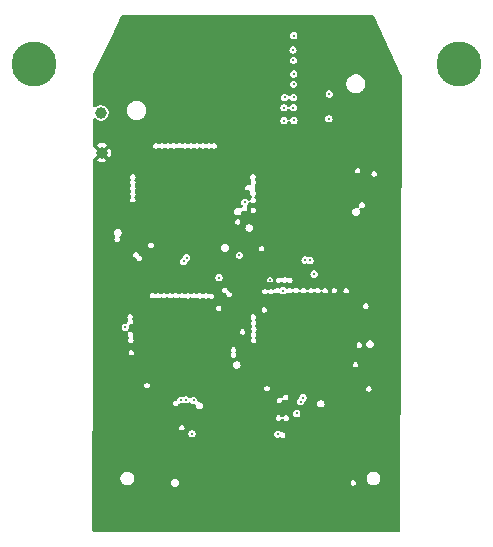
<source format=gbr>
G04 #@! TF.GenerationSoftware,KiCad,Pcbnew,9.0.5*
G04 #@! TF.CreationDate,2025-10-24T14:39:16-07:00*
G04 #@! TF.ProjectId,iris-128b,69726973-2d31-4323-9862-2e6b69636164,rev?*
G04 #@! TF.SameCoordinates,Original*
G04 #@! TF.FileFunction,Copper,L7,Inr*
G04 #@! TF.FilePolarity,Positive*
%FSLAX46Y46*%
G04 Gerber Fmt 4.6, Leading zero omitted, Abs format (unit mm)*
G04 Created by KiCad (PCBNEW 9.0.5) date 2025-10-24 14:39:16*
%MOMM*%
%LPD*%
G01*
G04 APERTURE LIST*
G04 #@! TA.AperFunction,ComponentPad*
%ADD10C,3.800000*%
G04 #@! TD*
G04 #@! TA.AperFunction,ComponentPad*
%ADD11C,1.000000*%
G04 #@! TD*
G04 #@! TA.AperFunction,ViaPad*
%ADD12C,0.600000*%
G04 #@! TD*
G04 #@! TA.AperFunction,ViaPad*
%ADD13C,0.304800*%
G04 #@! TD*
G04 APERTURE END LIST*
D10*
X96650000Y-82485000D03*
D11*
X102380000Y-90030000D03*
X102334060Y-86647020D03*
D10*
X132650000Y-82485000D03*
D12*
X114575000Y-121225000D03*
X105920000Y-91170000D03*
D13*
X114975000Y-95750000D03*
D12*
X126325000Y-116650000D03*
X113627646Y-108979260D03*
X104479560Y-116644300D03*
X114925000Y-91325000D03*
X114950000Y-108510000D03*
X124960000Y-108530000D03*
D13*
X114042120Y-96500000D03*
D12*
X104575000Y-80425000D03*
X112660000Y-110570000D03*
X103400000Y-93150000D03*
X124000000Y-96500000D03*
X104560000Y-108530000D03*
X104680000Y-115660000D03*
X115740000Y-99090000D03*
X105900000Y-84975000D03*
X105675000Y-103300000D03*
X114575000Y-102050000D03*
X116794300Y-110913030D03*
X127025000Y-94025000D03*
X113020000Y-103420000D03*
X107240000Y-111110000D03*
X124450000Y-85300000D03*
X107362751Y-99079640D03*
X114925000Y-79200000D03*
X115410000Y-110290000D03*
X124375000Y-100500000D03*
D13*
X123800000Y-95600000D03*
X105000000Y-96600000D03*
X123800000Y-107400000D03*
X124400000Y-103300000D03*
X114025000Y-98700000D03*
X114488596Y-94226850D03*
X119986629Y-99136631D03*
X119407432Y-110754160D03*
X109550000Y-98900000D03*
X109050000Y-110950000D03*
X109300000Y-99227240D03*
X109500000Y-110950000D03*
X119586414Y-99113586D03*
X119200000Y-111100000D03*
X118878861Y-112090164D03*
X112300000Y-100600000D03*
X120350000Y-100300000D03*
X110150000Y-111000000D03*
X121100000Y-80100000D03*
X121600000Y-87150000D03*
X121625000Y-85050000D03*
X121010680Y-82209640D03*
X121000000Y-84200000D03*
X110012171Y-113812171D03*
X117796604Y-87301297D03*
X118608856Y-84215224D03*
X118625000Y-80100000D03*
X118604151Y-85345851D03*
X117852629Y-85341700D03*
X118600000Y-86200000D03*
X118562500Y-81314672D03*
X118600000Y-82200000D03*
X118645432Y-87293704D03*
X118622064Y-83366356D03*
X117805200Y-86210140D03*
X104361414Y-104813586D03*
X117267200Y-113858300D03*
X117725000Y-101700000D03*
X116615784Y-100765784D03*
G04 #@! TA.AperFunction,Conductor*
G36*
X125354091Y-78370308D02*
G01*
X125409572Y-78425659D01*
X125415793Y-78437599D01*
X127735739Y-83419378D01*
X127749890Y-83483781D01*
X127625521Y-121998589D01*
X127604993Y-122074223D01*
X127549398Y-122129460D01*
X127474122Y-122149500D01*
X101726641Y-122149500D01*
X101650941Y-122129216D01*
X101595525Y-122073800D01*
X101575241Y-121998100D01*
X101575241Y-121997905D01*
X101580799Y-117680926D01*
X103943300Y-117680926D01*
X103982600Y-117827597D01*
X104058522Y-117959098D01*
X104058524Y-117959101D01*
X104165898Y-118066475D01*
X104165901Y-118066477D01*
X104297402Y-118142399D01*
X104444074Y-118181700D01*
X104444076Y-118181700D01*
X104595925Y-118181700D01*
X104669261Y-118162049D01*
X104742598Y-118142399D01*
X104874102Y-118066475D01*
X104965577Y-117975000D01*
X108242042Y-117975000D01*
X108258171Y-118066475D01*
X108262122Y-118088878D01*
X108288952Y-118135351D01*
X108319937Y-118189019D01*
X108319938Y-118189020D01*
X108319939Y-118189021D01*
X108408521Y-118263350D01*
X108408522Y-118263350D01*
X108408523Y-118263351D01*
X108517182Y-118302900D01*
X108632817Y-118302900D01*
X108632818Y-118302900D01*
X108741479Y-118263350D01*
X108830061Y-118189021D01*
X108887878Y-118088878D01*
X108907958Y-117975000D01*
X123443712Y-117975000D01*
X123461493Y-118064390D01*
X123512128Y-118140172D01*
X123587910Y-118190807D01*
X123677300Y-118208588D01*
X123766690Y-118190807D01*
X123842472Y-118140172D01*
X123893107Y-118064390D01*
X123910888Y-117975000D01*
X123893107Y-117885610D01*
X123842472Y-117809828D01*
X123766690Y-117759193D01*
X123766687Y-117759192D01*
X123677300Y-117741412D01*
X123587912Y-117759192D01*
X123587910Y-117759192D01*
X123587910Y-117759193D01*
X123585237Y-117760979D01*
X123512128Y-117809828D01*
X123461492Y-117885612D01*
X123446874Y-117959102D01*
X123443712Y-117975000D01*
X108907958Y-117975000D01*
X108887878Y-117861122D01*
X108830061Y-117760979D01*
X108741479Y-117686650D01*
X108741477Y-117686649D01*
X108741476Y-117686648D01*
X108725755Y-117680926D01*
X124793300Y-117680926D01*
X124832600Y-117827597D01*
X124908522Y-117959098D01*
X124908524Y-117959101D01*
X125015898Y-118066475D01*
X125015901Y-118066477D01*
X125147402Y-118142399D01*
X125294074Y-118181700D01*
X125294076Y-118181700D01*
X125445925Y-118181700D01*
X125519261Y-118162049D01*
X125592598Y-118142399D01*
X125724102Y-118066475D01*
X125831475Y-117959102D01*
X125907399Y-117827598D01*
X125925249Y-117760980D01*
X125946700Y-117680926D01*
X125946700Y-117529073D01*
X125907399Y-117382402D01*
X125831477Y-117250901D01*
X125831475Y-117250898D01*
X125724101Y-117143524D01*
X125724098Y-117143522D01*
X125592597Y-117067600D01*
X125445927Y-117028300D01*
X125445924Y-117028300D01*
X125294076Y-117028300D01*
X125294073Y-117028300D01*
X125147402Y-117067600D01*
X125015901Y-117143522D01*
X125015898Y-117143524D01*
X124908524Y-117250898D01*
X124908522Y-117250901D01*
X124832600Y-117382402D01*
X124793300Y-117529073D01*
X124793300Y-117680926D01*
X108725755Y-117680926D01*
X108632819Y-117647100D01*
X108632818Y-117647100D01*
X108517182Y-117647100D01*
X108517181Y-117647100D01*
X108408523Y-117686648D01*
X108319937Y-117760980D01*
X108262121Y-117861124D01*
X108242042Y-117975000D01*
X104965577Y-117975000D01*
X104981475Y-117959102D01*
X105057399Y-117827598D01*
X105075249Y-117760980D01*
X105096700Y-117680926D01*
X105096700Y-117529073D01*
X105057399Y-117382402D01*
X104981477Y-117250901D01*
X104981475Y-117250898D01*
X104874101Y-117143524D01*
X104874098Y-117143522D01*
X104742597Y-117067600D01*
X104595927Y-117028300D01*
X104595924Y-117028300D01*
X104444076Y-117028300D01*
X104444073Y-117028300D01*
X104297402Y-117067600D01*
X104165901Y-117143522D01*
X104165898Y-117143524D01*
X104058524Y-117250898D01*
X104058522Y-117250901D01*
X103982600Y-117382402D01*
X103943300Y-117529073D01*
X103943300Y-117680926D01*
X101580799Y-117680926D01*
X101581639Y-117028300D01*
X101585780Y-113812171D01*
X109702161Y-113812171D01*
X109720856Y-113918199D01*
X109720856Y-113918200D01*
X109720857Y-113918201D01*
X109774690Y-114011442D01*
X109857166Y-114080648D01*
X109958338Y-114117471D01*
X109958340Y-114117471D01*
X110066002Y-114117471D01*
X110066004Y-114117471D01*
X110167176Y-114080648D01*
X110249652Y-114011442D01*
X110303485Y-113918201D01*
X110314047Y-113858300D01*
X116957190Y-113858300D01*
X116975885Y-113964328D01*
X116975885Y-113964329D01*
X116975886Y-113964330D01*
X117029719Y-114057571D01*
X117112195Y-114126777D01*
X117213367Y-114163600D01*
X117213369Y-114163600D01*
X117321032Y-114163600D01*
X117321033Y-114163600D01*
X117422205Y-114126777D01*
X117422205Y-114126776D01*
X117434653Y-114122246D01*
X117435598Y-114124843D01*
X117492547Y-114109581D01*
X117568249Y-114129860D01*
X117576667Y-114135095D01*
X117587910Y-114142607D01*
X117677300Y-114160388D01*
X117766690Y-114142607D01*
X117842472Y-114091972D01*
X117893107Y-114016190D01*
X117910888Y-113926800D01*
X117893107Y-113837410D01*
X117842472Y-113761628D01*
X117766690Y-113710993D01*
X117766687Y-113710992D01*
X117677300Y-113693212D01*
X117677299Y-113693212D01*
X117641855Y-113700262D01*
X117563652Y-113695136D01*
X117517532Y-113664319D01*
X117514828Y-113667543D01*
X117422206Y-113589824D01*
X117422205Y-113589823D01*
X117321033Y-113553000D01*
X117213367Y-113553000D01*
X117112195Y-113589823D01*
X117112194Y-113589823D01*
X117112193Y-113589824D01*
X117029720Y-113659027D01*
X116975885Y-113752271D01*
X116957190Y-113858299D01*
X116957190Y-113858300D01*
X110314047Y-113858300D01*
X110322181Y-113812171D01*
X110303485Y-113706141D01*
X110249652Y-113612900D01*
X110167176Y-113543694D01*
X110066004Y-113506871D01*
X109958338Y-113506871D01*
X109857166Y-113543694D01*
X109857165Y-113543694D01*
X109857164Y-113543695D01*
X109774691Y-113612898D01*
X109720856Y-113706142D01*
X109702161Y-113812170D01*
X109702161Y-113812171D01*
X101585780Y-113812171D01*
X101586439Y-113300000D01*
X108916412Y-113300000D01*
X108934193Y-113389390D01*
X108984828Y-113465172D01*
X109060610Y-113515807D01*
X109150000Y-113533588D01*
X109239390Y-113515807D01*
X109315172Y-113465172D01*
X109365807Y-113389390D01*
X109383588Y-113300000D01*
X109365807Y-113210610D01*
X109315172Y-113134828D01*
X109239390Y-113084193D01*
X109239387Y-113084192D01*
X109150000Y-113066412D01*
X109060612Y-113084192D01*
X109060610Y-113084192D01*
X109060610Y-113084193D01*
X108984828Y-113134828D01*
X108934192Y-113210612D01*
X108916412Y-113300000D01*
X101586439Y-113300000D01*
X101587495Y-112480000D01*
X117096412Y-112480000D01*
X117114193Y-112569390D01*
X117164828Y-112645172D01*
X117240610Y-112695807D01*
X117330000Y-112713588D01*
X117419390Y-112695807D01*
X117495172Y-112645172D01*
X117534115Y-112586887D01*
X117593035Y-112535215D01*
X117669899Y-112519924D01*
X117744111Y-112545114D01*
X117785883Y-112586886D01*
X117824828Y-112645172D01*
X117900610Y-112695807D01*
X117990000Y-112713588D01*
X118079390Y-112695807D01*
X118155172Y-112645172D01*
X118205807Y-112569390D01*
X118223588Y-112480000D01*
X118205807Y-112390610D01*
X118155172Y-112314828D01*
X118079390Y-112264193D01*
X118079387Y-112264192D01*
X117990000Y-112246412D01*
X117900612Y-112264192D01*
X117900610Y-112264192D01*
X117900610Y-112264193D01*
X117862719Y-112289510D01*
X117824826Y-112314829D01*
X117785885Y-112373111D01*
X117726964Y-112424785D01*
X117650100Y-112440075D01*
X117575888Y-112414884D01*
X117534115Y-112373111D01*
X117495173Y-112314829D01*
X117495172Y-112314828D01*
X117419390Y-112264193D01*
X117419387Y-112264192D01*
X117330000Y-112246412D01*
X117240612Y-112264192D01*
X117240610Y-112264192D01*
X117240610Y-112264193D01*
X117164828Y-112314828D01*
X117125886Y-112373111D01*
X117114192Y-112390612D01*
X117096412Y-112480000D01*
X101587495Y-112480000D01*
X101587997Y-112090164D01*
X118568851Y-112090164D01*
X118587546Y-112196192D01*
X118587546Y-112196193D01*
X118587547Y-112196194D01*
X118641380Y-112289435D01*
X118723856Y-112358641D01*
X118825028Y-112395464D01*
X118825030Y-112395464D01*
X118932692Y-112395464D01*
X118932694Y-112395464D01*
X119033866Y-112358641D01*
X119116342Y-112289435D01*
X119170175Y-112196194D01*
X119188871Y-112090164D01*
X119170175Y-111984134D01*
X119116342Y-111890893D01*
X119033866Y-111821687D01*
X118932694Y-111784864D01*
X118825028Y-111784864D01*
X118723856Y-111821687D01*
X118723855Y-111821687D01*
X118723854Y-111821688D01*
X118641381Y-111890891D01*
X118587546Y-111984135D01*
X118568851Y-112090163D01*
X118568851Y-112090164D01*
X101587997Y-112090164D01*
X101589078Y-111250000D01*
X108416412Y-111250000D01*
X108432125Y-111328997D01*
X108434193Y-111339390D01*
X108484828Y-111415172D01*
X108560610Y-111465807D01*
X108650000Y-111483588D01*
X108739390Y-111465807D01*
X108815172Y-111415172D01*
X108865807Y-111339390D01*
X108865807Y-111339387D01*
X108874090Y-111326992D01*
X108877090Y-111328997D01*
X108909629Y-111286590D01*
X108982033Y-111256596D01*
X109001800Y-111255300D01*
X109103832Y-111255300D01*
X109103833Y-111255300D01*
X109205005Y-111218477D01*
X109205005Y-111218476D01*
X109217453Y-111213946D01*
X109218434Y-111216643D01*
X109275000Y-111201487D01*
X109331565Y-111216643D01*
X109332547Y-111213946D01*
X109344994Y-111218476D01*
X109344995Y-111218477D01*
X109446167Y-111255300D01*
X109446168Y-111255300D01*
X109553831Y-111255300D01*
X109553833Y-111255300D01*
X109655005Y-111218477D01*
X109699598Y-111181058D01*
X109770625Y-111147937D01*
X109848697Y-111154767D01*
X109901529Y-111191760D01*
X109902372Y-111190757D01*
X109920574Y-111206030D01*
X109994995Y-111268477D01*
X110096167Y-111305300D01*
X110096169Y-111305300D01*
X110188590Y-111305300D01*
X110264290Y-111325584D01*
X110319706Y-111381000D01*
X110334834Y-111437459D01*
X110337690Y-111436956D01*
X110358685Y-111556028D01*
X110358685Y-111556029D01*
X110358686Y-111556030D01*
X110412519Y-111649271D01*
X110494995Y-111718477D01*
X110596167Y-111755300D01*
X110596169Y-111755300D01*
X110703831Y-111755300D01*
X110703833Y-111755300D01*
X110805005Y-111718477D01*
X110887481Y-111649271D01*
X110941314Y-111556030D01*
X110960010Y-111450000D01*
X110941314Y-111343970D01*
X110887481Y-111250729D01*
X110886612Y-111250000D01*
X110817205Y-111191760D01*
X110805005Y-111181523D01*
X110703833Y-111144700D01*
X110611410Y-111144700D01*
X110535710Y-111124416D01*
X110480294Y-111069000D01*
X110465165Y-111012540D01*
X110462310Y-111013044D01*
X110460010Y-111000000D01*
X117166412Y-111000000D01*
X117183285Y-111084828D01*
X117184193Y-111089390D01*
X117234828Y-111165172D01*
X117310610Y-111215807D01*
X117400000Y-111233588D01*
X117489390Y-111215807D01*
X117565172Y-111165172D01*
X117608718Y-111100000D01*
X118889990Y-111100000D01*
X118908685Y-111206028D01*
X118908685Y-111206029D01*
X118908686Y-111206030D01*
X118962519Y-111299271D01*
X119044995Y-111368477D01*
X119146167Y-111405300D01*
X119146169Y-111405300D01*
X119253831Y-111405300D01*
X119253833Y-111405300D01*
X119355005Y-111368477D01*
X119437481Y-111299271D01*
X119451494Y-111275000D01*
X120614990Y-111275000D01*
X120633685Y-111381028D01*
X120633685Y-111381029D01*
X120633686Y-111381030D01*
X120682632Y-111465807D01*
X120687520Y-111474272D01*
X120715011Y-111497339D01*
X120769995Y-111543477D01*
X120871167Y-111580300D01*
X120871169Y-111580300D01*
X120978831Y-111580300D01*
X120978833Y-111580300D01*
X121080005Y-111543477D01*
X121162481Y-111474271D01*
X121216314Y-111381030D01*
X121235010Y-111275000D01*
X121233859Y-111268475D01*
X121224573Y-111215807D01*
X121216314Y-111168970D01*
X121162481Y-111075729D01*
X121080005Y-111006523D01*
X120978833Y-110969700D01*
X120871167Y-110969700D01*
X120769995Y-111006523D01*
X120769994Y-111006523D01*
X120769993Y-111006524D01*
X120687520Y-111075727D01*
X120633685Y-111168971D01*
X120614990Y-111274999D01*
X120614990Y-111275000D01*
X119451494Y-111275000D01*
X119491314Y-111206030D01*
X119507347Y-111115100D01*
X119540467Y-111044073D01*
X119559129Y-111025411D01*
X119562433Y-111022638D01*
X119562437Y-111022637D01*
X119644913Y-110953431D01*
X119698746Y-110860190D01*
X119717442Y-110754160D01*
X119717187Y-110752716D01*
X119698746Y-110648131D01*
X119698746Y-110648130D01*
X119644913Y-110554889D01*
X119644840Y-110554828D01*
X119562438Y-110485684D01*
X119562437Y-110485683D01*
X119461265Y-110448860D01*
X119353599Y-110448860D01*
X119252427Y-110485683D01*
X119252426Y-110485683D01*
X119252425Y-110485684D01*
X119169952Y-110554887D01*
X119116117Y-110648130D01*
X119100084Y-110739059D01*
X119066962Y-110810086D01*
X119048304Y-110828745D01*
X118965436Y-110898281D01*
X118962519Y-110900729D01*
X118944547Y-110931858D01*
X118908685Y-110993971D01*
X118889990Y-111099999D01*
X118889990Y-111100000D01*
X117608718Y-111100000D01*
X117615807Y-111089390D01*
X117626114Y-111037572D01*
X117660776Y-110967285D01*
X117725938Y-110923744D01*
X117804141Y-110918618D01*
X117836109Y-110931858D01*
X117836837Y-110930102D01*
X117850607Y-110935805D01*
X117850610Y-110935807D01*
X117940000Y-110953588D01*
X118029390Y-110935807D01*
X118105172Y-110885172D01*
X118155807Y-110809390D01*
X118173588Y-110720000D01*
X118155807Y-110630610D01*
X118105172Y-110554828D01*
X118029390Y-110504193D01*
X118029387Y-110504192D01*
X117940000Y-110486412D01*
X117850612Y-110504192D01*
X117850610Y-110504192D01*
X117850610Y-110504193D01*
X117774828Y-110554828D01*
X117724192Y-110630611D01*
X117713885Y-110682429D01*
X117679221Y-110752716D01*
X117614058Y-110796256D01*
X117535855Y-110801381D01*
X117503890Y-110788141D01*
X117503163Y-110789898D01*
X117489390Y-110784193D01*
X117400000Y-110766412D01*
X117310612Y-110784192D01*
X117310610Y-110784192D01*
X117310610Y-110784193D01*
X117234828Y-110834828D01*
X117195312Y-110893970D01*
X117184192Y-110910612D01*
X117166412Y-111000000D01*
X110460010Y-111000000D01*
X110442506Y-110900729D01*
X110441314Y-110893970D01*
X110387481Y-110800729D01*
X110382150Y-110796256D01*
X110327891Y-110750727D01*
X110305005Y-110731523D01*
X110203833Y-110694700D01*
X110096167Y-110694700D01*
X109994995Y-110731523D01*
X109994994Y-110731523D01*
X109994993Y-110731524D01*
X109950400Y-110768942D01*
X109879371Y-110802062D01*
X109801299Y-110795231D01*
X109748470Y-110758238D01*
X109747628Y-110759243D01*
X109657192Y-110683358D01*
X109655005Y-110681523D01*
X109553833Y-110644700D01*
X109446167Y-110644700D01*
X109344995Y-110681523D01*
X109344992Y-110681524D01*
X109332549Y-110686054D01*
X109331567Y-110683357D01*
X109274989Y-110698513D01*
X109218432Y-110683358D01*
X109217451Y-110686054D01*
X109205007Y-110681524D01*
X109205005Y-110681523D01*
X109103833Y-110644700D01*
X108996167Y-110644700D01*
X108894995Y-110681523D01*
X108894994Y-110681523D01*
X108894993Y-110681524D01*
X108812520Y-110750727D01*
X108758685Y-110843970D01*
X108749109Y-110898281D01*
X108715987Y-110969308D01*
X108651789Y-111014259D01*
X108629547Y-111020480D01*
X108560611Y-111034192D01*
X108560610Y-111034193D01*
X108484828Y-111084828D01*
X108434773Y-111159743D01*
X108434192Y-111160612D01*
X108416412Y-111250000D01*
X101589078Y-111250000D01*
X101590707Y-109985000D01*
X116126412Y-109985000D01*
X116144193Y-110074390D01*
X116194828Y-110150172D01*
X116270610Y-110200807D01*
X116360000Y-110218588D01*
X116449390Y-110200807D01*
X116525172Y-110150172D01*
X116575807Y-110074390D01*
X116586626Y-110020000D01*
X124746412Y-110020000D01*
X124764193Y-110109390D01*
X124814828Y-110185172D01*
X124890610Y-110235807D01*
X124980000Y-110253588D01*
X125069390Y-110235807D01*
X125145172Y-110185172D01*
X125195807Y-110109390D01*
X125213588Y-110020000D01*
X125195807Y-109930610D01*
X125145172Y-109854828D01*
X125069390Y-109804193D01*
X125069387Y-109804192D01*
X124980000Y-109786412D01*
X124890612Y-109804192D01*
X124890610Y-109804192D01*
X124890610Y-109804193D01*
X124814828Y-109854828D01*
X124787578Y-109895612D01*
X124764192Y-109930612D01*
X124761170Y-109945807D01*
X124746412Y-110020000D01*
X116586626Y-110020000D01*
X116593588Y-109985000D01*
X116575807Y-109895610D01*
X116525172Y-109819828D01*
X116449390Y-109769193D01*
X116449387Y-109769192D01*
X116360000Y-109751412D01*
X116270612Y-109769192D01*
X116270610Y-109769192D01*
X116270610Y-109769193D01*
X116194828Y-109819828D01*
X116144487Y-109895171D01*
X116144192Y-109895612D01*
X116134208Y-109945807D01*
X116126412Y-109985000D01*
X101590707Y-109985000D01*
X101591035Y-109730000D01*
X105966412Y-109730000D01*
X105984193Y-109819390D01*
X106034828Y-109895172D01*
X106110610Y-109945807D01*
X106200000Y-109963588D01*
X106289390Y-109945807D01*
X106365172Y-109895172D01*
X106415807Y-109819390D01*
X106433588Y-109730000D01*
X106415807Y-109640610D01*
X106365172Y-109564828D01*
X106289390Y-109514193D01*
X106289387Y-109514192D01*
X106200000Y-109496412D01*
X106110612Y-109514192D01*
X106110610Y-109514192D01*
X106110610Y-109514193D01*
X106034828Y-109564828D01*
X105984192Y-109640612D01*
X105966412Y-109730000D01*
X101591035Y-109730000D01*
X101593271Y-107992955D01*
X113452742Y-107992955D01*
X113462692Y-108049387D01*
X113472822Y-108106833D01*
X113483410Y-108125172D01*
X113530637Y-108206974D01*
X113530638Y-108206975D01*
X113530639Y-108206976D01*
X113619221Y-108281305D01*
X113619222Y-108281305D01*
X113619223Y-108281306D01*
X113727882Y-108320855D01*
X113843517Y-108320855D01*
X113843518Y-108320855D01*
X113952179Y-108281305D01*
X114040761Y-108206976D01*
X114098578Y-108106833D01*
X114118658Y-107992955D01*
X114112847Y-107960000D01*
X123616412Y-107960000D01*
X123634193Y-108049390D01*
X123684828Y-108125172D01*
X123760610Y-108175807D01*
X123850000Y-108193588D01*
X123939390Y-108175807D01*
X124015172Y-108125172D01*
X124065807Y-108049390D01*
X124083588Y-107960000D01*
X124065807Y-107870610D01*
X124015172Y-107794828D01*
X123939390Y-107744193D01*
X123939387Y-107744192D01*
X123850000Y-107726412D01*
X123760612Y-107744192D01*
X123760610Y-107744192D01*
X123760610Y-107744193D01*
X123708614Y-107778935D01*
X123684828Y-107794828D01*
X123634192Y-107870612D01*
X123632508Y-107879079D01*
X123616412Y-107960000D01*
X114112847Y-107960000D01*
X114098578Y-107879077D01*
X114040761Y-107778934D01*
X113952179Y-107704605D01*
X113952177Y-107704604D01*
X113952176Y-107704603D01*
X113843519Y-107665055D01*
X113843518Y-107665055D01*
X113727882Y-107665055D01*
X113727881Y-107665055D01*
X113619223Y-107704603D01*
X113530637Y-107778935D01*
X113472821Y-107879079D01*
X113452742Y-107992955D01*
X101593271Y-107992955D01*
X101594614Y-106950000D01*
X104641412Y-106950000D01*
X104652428Y-107005383D01*
X104659193Y-107039390D01*
X104709828Y-107115172D01*
X104785610Y-107165807D01*
X104875000Y-107183588D01*
X104964390Y-107165807D01*
X105040172Y-107115172D01*
X105090807Y-107039390D01*
X105108588Y-106950000D01*
X105090807Y-106860610D01*
X105040172Y-106784828D01*
X104964390Y-106734193D01*
X104964387Y-106734192D01*
X104875000Y-106716412D01*
X104785612Y-106734192D01*
X104785610Y-106734192D01*
X104785610Y-106734193D01*
X104709828Y-106784828D01*
X104662827Y-106855172D01*
X104659192Y-106860612D01*
X104641412Y-106950000D01*
X101594614Y-106950000D01*
X101594949Y-106690000D01*
X113291412Y-106690000D01*
X113309192Y-106779389D01*
X113347793Y-106837161D01*
X113372983Y-106911373D01*
X113357692Y-106988237D01*
X113347793Y-107005383D01*
X113310892Y-107060610D01*
X113293112Y-107150000D01*
X113310893Y-107239390D01*
X113361528Y-107315172D01*
X113437310Y-107365807D01*
X113526700Y-107383588D01*
X113616090Y-107365807D01*
X113691872Y-107315172D01*
X113742507Y-107239390D01*
X113760288Y-107150000D01*
X113742507Y-107060610D01*
X113703905Y-107002837D01*
X113678716Y-106928627D01*
X113694006Y-106851763D01*
X113703899Y-106834626D01*
X113740807Y-106779390D01*
X113758588Y-106690000D01*
X113740807Y-106600610D01*
X113690172Y-106524828D01*
X113614390Y-106474193D01*
X113614387Y-106474192D01*
X113525000Y-106456412D01*
X113435612Y-106474192D01*
X113435610Y-106474192D01*
X113435610Y-106474193D01*
X113377006Y-106513350D01*
X113359828Y-106524828D01*
X113309192Y-106600612D01*
X113291412Y-106690000D01*
X101594949Y-106690000D01*
X101595451Y-106300000D01*
X123941412Y-106300000D01*
X123959193Y-106389390D01*
X124009828Y-106465172D01*
X124085610Y-106515807D01*
X124175000Y-106533588D01*
X124264390Y-106515807D01*
X124340172Y-106465172D01*
X124390807Y-106389390D01*
X124408588Y-106300000D01*
X124393669Y-106225000D01*
X124738042Y-106225000D01*
X124751266Y-106300000D01*
X124758122Y-106338878D01*
X124784952Y-106385351D01*
X124815937Y-106439019D01*
X124815938Y-106439020D01*
X124815939Y-106439021D01*
X124904521Y-106513350D01*
X124904522Y-106513350D01*
X124904523Y-106513351D01*
X125013182Y-106552900D01*
X125128817Y-106552900D01*
X125128818Y-106552900D01*
X125237479Y-106513350D01*
X125326061Y-106439021D01*
X125383878Y-106338878D01*
X125403958Y-106225000D01*
X125383878Y-106111122D01*
X125341554Y-106037813D01*
X125326062Y-106010980D01*
X125324164Y-106009387D01*
X125237479Y-105936650D01*
X125237477Y-105936649D01*
X125237476Y-105936648D01*
X125128819Y-105897100D01*
X125128818Y-105897100D01*
X125013182Y-105897100D01*
X125013181Y-105897100D01*
X124904523Y-105936648D01*
X124815937Y-106010980D01*
X124758121Y-106111124D01*
X124738042Y-106225000D01*
X124393669Y-106225000D01*
X124390807Y-106210610D01*
X124340172Y-106134828D01*
X124264390Y-106084193D01*
X124264387Y-106084192D01*
X124175000Y-106066412D01*
X124085612Y-106084192D01*
X124085610Y-106084192D01*
X124085610Y-106084193D01*
X124084145Y-106085172D01*
X124009828Y-106134828D01*
X123959192Y-106210612D01*
X123941412Y-106300000D01*
X101595451Y-106300000D01*
X101597365Y-104813586D01*
X104051404Y-104813586D01*
X104070099Y-104919614D01*
X104070099Y-104919615D01*
X104070100Y-104919616D01*
X104105269Y-104980531D01*
X104123934Y-105012858D01*
X104126070Y-105014650D01*
X104206409Y-105082063D01*
X104307581Y-105118886D01*
X104307583Y-105118886D01*
X104415246Y-105118886D01*
X104415247Y-105118886D01*
X104426037Y-105114958D01*
X104504106Y-105108126D01*
X104575135Y-105141245D01*
X104620088Y-105205441D01*
X104626921Y-105283513D01*
X104609581Y-105326705D01*
X104609898Y-105326837D01*
X104604193Y-105340609D01*
X104586412Y-105430000D01*
X104604192Y-105519390D01*
X104661965Y-105605854D01*
X104687156Y-105680066D01*
X104671866Y-105756930D01*
X104661966Y-105774077D01*
X104624192Y-105830610D01*
X104606412Y-105920000D01*
X104609723Y-105936648D01*
X104624193Y-106009390D01*
X104674828Y-106085172D01*
X104750610Y-106135807D01*
X104840000Y-106153588D01*
X104929390Y-106135807D01*
X105005172Y-106085172D01*
X105055807Y-106009390D01*
X105073588Y-105920000D01*
X105055807Y-105830610D01*
X105008208Y-105759372D01*
X104998034Y-105744145D01*
X104972843Y-105669934D01*
X104988133Y-105593069D01*
X104998031Y-105575925D01*
X105035807Y-105519390D01*
X105053588Y-105430000D01*
X105035807Y-105340610D01*
X104985172Y-105264828D01*
X104909390Y-105214193D01*
X104909387Y-105214192D01*
X104820000Y-105196412D01*
X104819997Y-105196412D01*
X104778207Y-105204724D01*
X104700004Y-105199598D01*
X104690588Y-105193306D01*
X114053912Y-105193306D01*
X114070496Y-105276682D01*
X114071693Y-105282696D01*
X114122328Y-105358478D01*
X114198110Y-105409113D01*
X114287500Y-105426894D01*
X114376890Y-105409113D01*
X114452672Y-105358478D01*
X114503307Y-105282696D01*
X114521088Y-105193306D01*
X114503307Y-105103916D01*
X114452672Y-105028134D01*
X114376890Y-104977499D01*
X114376887Y-104977498D01*
X114287500Y-104959718D01*
X114198112Y-104977498D01*
X114198110Y-104977498D01*
X114198110Y-104977499D01*
X114122328Y-105028134D01*
X114086295Y-105082063D01*
X114071692Y-105103918D01*
X114053912Y-105193306D01*
X104690588Y-105193306D01*
X104634842Y-105156056D01*
X104600181Y-105085768D01*
X104605307Y-105007565D01*
X104617551Y-104980543D01*
X104652728Y-104919616D01*
X104671424Y-104813586D01*
X104657386Y-104733973D01*
X104664216Y-104655904D01*
X104709167Y-104591706D01*
X104776950Y-104559194D01*
X104779998Y-104558587D01*
X104780000Y-104558588D01*
X104869390Y-104540807D01*
X104945172Y-104490172D01*
X104995807Y-104414390D01*
X105013588Y-104325000D01*
X104995807Y-104235610D01*
X104995807Y-104235609D01*
X104976432Y-104206613D01*
X104951240Y-104132402D01*
X104966529Y-104055538D01*
X104976432Y-104038387D01*
X104995807Y-104009390D01*
X104995807Y-104009389D01*
X105012542Y-103925260D01*
X114966412Y-103925260D01*
X114983146Y-104009390D01*
X114984193Y-104014650D01*
X115034828Y-104090432D01*
X115043113Y-104102831D01*
X115040800Y-104104376D01*
X115069095Y-104153385D01*
X115069095Y-104231755D01*
X115048740Y-104276681D01*
X115009192Y-104335870D01*
X114991412Y-104425260D01*
X115004323Y-104490171D01*
X115009193Y-104514650D01*
X115059828Y-104590432D01*
X115068113Y-104602831D01*
X115065800Y-104604376D01*
X115094095Y-104653385D01*
X115094095Y-104731755D01*
X115073740Y-104776681D01*
X115034192Y-104835870D01*
X115016412Y-104925260D01*
X115034192Y-105014649D01*
X115073740Y-105073838D01*
X115098930Y-105148049D01*
X115083640Y-105224914D01*
X115067576Y-105247330D01*
X115068113Y-105247689D01*
X115059828Y-105260087D01*
X115059828Y-105260088D01*
X115015317Y-105326705D01*
X115009192Y-105335872D01*
X114991412Y-105425260D01*
X115009192Y-105514649D01*
X115060306Y-105591149D01*
X115085496Y-105665361D01*
X115070205Y-105742225D01*
X115060306Y-105759371D01*
X115009192Y-105835870D01*
X114991412Y-105925260D01*
X115008462Y-106010979D01*
X115009193Y-106014650D01*
X115059828Y-106090432D01*
X115135610Y-106141067D01*
X115225000Y-106158848D01*
X115314390Y-106141067D01*
X115390172Y-106090432D01*
X115440807Y-106014650D01*
X115458588Y-105925260D01*
X115440807Y-105835870D01*
X115440807Y-105835869D01*
X115389694Y-105759372D01*
X115364503Y-105685160D01*
X115379793Y-105608296D01*
X115389694Y-105591148D01*
X115440807Y-105514650D01*
X115440807Y-105514649D01*
X115458588Y-105425260D01*
X115440807Y-105335870D01*
X115401258Y-105276680D01*
X115376069Y-105202470D01*
X115391359Y-105125606D01*
X115407424Y-105103190D01*
X115406887Y-105102831D01*
X115415170Y-105090432D01*
X115415172Y-105090432D01*
X115465807Y-105014650D01*
X115483588Y-104925260D01*
X115465807Y-104835870D01*
X115415172Y-104760088D01*
X115415171Y-104760087D01*
X115406887Y-104747689D01*
X115409199Y-104746143D01*
X115380904Y-104697134D01*
X115380904Y-104618764D01*
X115401258Y-104573840D01*
X115440807Y-104514650D01*
X115458588Y-104425260D01*
X115440807Y-104335870D01*
X115390172Y-104260088D01*
X115390171Y-104260087D01*
X115381887Y-104247689D01*
X115384199Y-104246143D01*
X115355904Y-104197134D01*
X115355904Y-104118764D01*
X115376258Y-104073840D01*
X115415807Y-104014650D01*
X115433588Y-103925260D01*
X115415807Y-103835870D01*
X115365172Y-103760088D01*
X115289390Y-103709453D01*
X115289387Y-103709452D01*
X115200000Y-103691672D01*
X115110612Y-103709452D01*
X115110610Y-103709452D01*
X115110610Y-103709453D01*
X115034828Y-103760088D01*
X114987707Y-103830612D01*
X114984192Y-103835872D01*
X114966412Y-103925260D01*
X105012542Y-103925260D01*
X105013588Y-103920000D01*
X104995807Y-103830610D01*
X104945172Y-103754828D01*
X104869390Y-103704193D01*
X104869387Y-103704192D01*
X104780000Y-103686412D01*
X104690612Y-103704192D01*
X104690610Y-103704192D01*
X104690610Y-103704193D01*
X104682738Y-103709453D01*
X104614828Y-103754828D01*
X104564192Y-103830612D01*
X104546412Y-103920000D01*
X104564192Y-104009389D01*
X104583569Y-104038389D01*
X104608759Y-104112600D01*
X104593469Y-104189465D01*
X104583569Y-104206611D01*
X104564192Y-104235610D01*
X104546412Y-104325000D01*
X104546412Y-104325003D01*
X104546879Y-104327352D01*
X104546412Y-104334475D01*
X104546412Y-104339912D01*
X104546056Y-104339912D01*
X104541752Y-104405555D01*
X104498211Y-104470716D01*
X104427922Y-104505377D01*
X104398388Y-104508286D01*
X104307581Y-104508286D01*
X104206409Y-104545109D01*
X104206408Y-104545109D01*
X104206407Y-104545110D01*
X104123934Y-104614313D01*
X104070099Y-104707557D01*
X104051404Y-104813585D01*
X104051404Y-104813586D01*
X101597365Y-104813586D01*
X101599475Y-103175000D01*
X112026386Y-103175000D01*
X112037447Y-103230610D01*
X112044167Y-103264390D01*
X112094802Y-103340172D01*
X112170584Y-103390807D01*
X112259974Y-103408588D01*
X112349364Y-103390807D01*
X112425146Y-103340172D01*
X112438624Y-103320000D01*
X115896412Y-103320000D01*
X115910496Y-103390807D01*
X115914193Y-103409390D01*
X115964828Y-103485172D01*
X116040610Y-103535807D01*
X116130000Y-103553588D01*
X116219390Y-103535807D01*
X116295172Y-103485172D01*
X116345807Y-103409390D01*
X116363588Y-103320000D01*
X116345807Y-103230610D01*
X116295172Y-103154828D01*
X116219390Y-103104193D01*
X116219387Y-103104192D01*
X116130000Y-103086412D01*
X116040612Y-103104192D01*
X116040610Y-103104192D01*
X116040610Y-103104193D01*
X115964828Y-103154828D01*
X115957917Y-103165172D01*
X115914192Y-103230612D01*
X115896412Y-103320000D01*
X112438624Y-103320000D01*
X112475781Y-103264390D01*
X112493562Y-103175000D01*
X112475781Y-103085610D01*
X112425146Y-103009828D01*
X112410437Y-103000000D01*
X124491412Y-103000000D01*
X124508600Y-103086412D01*
X124509193Y-103089390D01*
X124559828Y-103165172D01*
X124635610Y-103215807D01*
X124725000Y-103233588D01*
X124814390Y-103215807D01*
X124890172Y-103165172D01*
X124940807Y-103089390D01*
X124958588Y-103000000D01*
X124940807Y-102910610D01*
X124890172Y-102834828D01*
X124814390Y-102784193D01*
X124814387Y-102784192D01*
X124725000Y-102766412D01*
X124635612Y-102784192D01*
X124635610Y-102784192D01*
X124635610Y-102784193D01*
X124559828Y-102834828D01*
X124509192Y-102910612D01*
X124491412Y-103000000D01*
X112410437Y-103000000D01*
X112349364Y-102959193D01*
X112349361Y-102959192D01*
X112259974Y-102941412D01*
X112170586Y-102959192D01*
X112170584Y-102959192D01*
X112170584Y-102959193D01*
X112109511Y-103000000D01*
X112094802Y-103009828D01*
X112044166Y-103085612D01*
X112026386Y-103175000D01*
X101599475Y-103175000D01*
X101600820Y-102130000D01*
X106436412Y-102130000D01*
X106452203Y-102209390D01*
X106454193Y-102219390D01*
X106504828Y-102295172D01*
X106580610Y-102345807D01*
X106670000Y-102363588D01*
X106759390Y-102345807D01*
X106820888Y-102304715D01*
X106895099Y-102279525D01*
X106971963Y-102294815D01*
X106989110Y-102304715D01*
X107050610Y-102345807D01*
X107140000Y-102363588D01*
X107229390Y-102345807D01*
X107305172Y-102295172D01*
X107305172Y-102295170D01*
X107317571Y-102286887D01*
X107319727Y-102290115D01*
X107365100Y-102263908D01*
X107443470Y-102263893D01*
X107488424Y-102284256D01*
X107550610Y-102325807D01*
X107640000Y-102343588D01*
X107729390Y-102325807D01*
X107793404Y-102283035D01*
X107810888Y-102271353D01*
X107885099Y-102246162D01*
X107961964Y-102261452D01*
X107979112Y-102271353D01*
X108029727Y-102305172D01*
X108060610Y-102325807D01*
X108150000Y-102343588D01*
X108239390Y-102325807D01*
X108303404Y-102283034D01*
X108377614Y-102257843D01*
X108454478Y-102273132D01*
X108471628Y-102283034D01*
X108522294Y-102316887D01*
X108550610Y-102335807D01*
X108640000Y-102353588D01*
X108729390Y-102335807D01*
X108803564Y-102286246D01*
X108877773Y-102261055D01*
X108954637Y-102276344D01*
X108971432Y-102288379D01*
X108972429Y-102286887D01*
X108984827Y-102295171D01*
X108984828Y-102295172D01*
X109060610Y-102345807D01*
X109150000Y-102363588D01*
X109239390Y-102345807D01*
X109303404Y-102303034D01*
X109377614Y-102277843D01*
X109454478Y-102293132D01*
X109471628Y-102303034D01*
X109474828Y-102305172D01*
X109550610Y-102355807D01*
X109640000Y-102373588D01*
X109729390Y-102355807D01*
X109805172Y-102305172D01*
X109805172Y-102305170D01*
X109817571Y-102296887D01*
X109819316Y-102299500D01*
X109867128Y-102271889D01*
X109945498Y-102271881D01*
X109990441Y-102292241D01*
X110006596Y-102303035D01*
X110070610Y-102345807D01*
X110160000Y-102363588D01*
X110249390Y-102345807D01*
X110313404Y-102303034D01*
X110387614Y-102277843D01*
X110464478Y-102293132D01*
X110481628Y-102303034D01*
X110484828Y-102305172D01*
X110560610Y-102355807D01*
X110650000Y-102373588D01*
X110739390Y-102355807D01*
X110815172Y-102305172D01*
X110815171Y-102305172D01*
X110820888Y-102301353D01*
X110895099Y-102276162D01*
X110971964Y-102291452D01*
X110989112Y-102301353D01*
X111025711Y-102325807D01*
X111070610Y-102355807D01*
X111160000Y-102373588D01*
X111249390Y-102355807D01*
X111311577Y-102314255D01*
X111385784Y-102289066D01*
X111462649Y-102304356D01*
X111481686Y-102317998D01*
X111482429Y-102316887D01*
X111494827Y-102325171D01*
X111494828Y-102325172D01*
X111570610Y-102375807D01*
X111660000Y-102393588D01*
X111749390Y-102375807D01*
X111825172Y-102325172D01*
X111875807Y-102249390D01*
X111893588Y-102160000D01*
X111875807Y-102070610D01*
X111825172Y-101994828D01*
X111749390Y-101944193D01*
X111749387Y-101944192D01*
X111660000Y-101926412D01*
X111570610Y-101944192D01*
X111508424Y-101985743D01*
X111434213Y-102010933D01*
X111357348Y-101995642D01*
X111338313Y-101982001D01*
X111337571Y-101983113D01*
X111325172Y-101974828D01*
X111249390Y-101924193D01*
X111249387Y-101924192D01*
X111160000Y-101906412D01*
X111070610Y-101924192D01*
X110989111Y-101978647D01*
X110914899Y-102003837D01*
X110838035Y-101988546D01*
X110820889Y-101978647D01*
X110739389Y-101924192D01*
X110650000Y-101906412D01*
X110560611Y-101924192D01*
X110530679Y-101944192D01*
X110499795Y-101964828D01*
X110496595Y-101966966D01*
X110422383Y-101992156D01*
X110345519Y-101976866D01*
X110328371Y-101966965D01*
X110249390Y-101914192D01*
X110160000Y-101896412D01*
X110070612Y-101914192D01*
X110070610Y-101914192D01*
X110070610Y-101914193D01*
X109994828Y-101964828D01*
X109994827Y-101964828D01*
X109982429Y-101973113D01*
X109980684Y-101970501D01*
X109932839Y-101998118D01*
X109854469Y-101998110D01*
X109809558Y-101977759D01*
X109805172Y-101974828D01*
X109729390Y-101924193D01*
X109729387Y-101924192D01*
X109640000Y-101906412D01*
X109550611Y-101924192D01*
X109520679Y-101944192D01*
X109489795Y-101964828D01*
X109486595Y-101966966D01*
X109412383Y-101992156D01*
X109335519Y-101976866D01*
X109318371Y-101966965D01*
X109239390Y-101914192D01*
X109150000Y-101896412D01*
X109060612Y-101914192D01*
X109060610Y-101914192D01*
X109060610Y-101914193D01*
X108986434Y-101963754D01*
X108912224Y-101988944D01*
X108835360Y-101973654D01*
X108818568Y-101961620D01*
X108817571Y-101963113D01*
X108805172Y-101954828D01*
X108729390Y-101904193D01*
X108729387Y-101904192D01*
X108640000Y-101886412D01*
X108550611Y-101904192D01*
X108525326Y-101921087D01*
X108489795Y-101944828D01*
X108486595Y-101946966D01*
X108412383Y-101972156D01*
X108335519Y-101956866D01*
X108318371Y-101946965D01*
X108239390Y-101894192D01*
X108150000Y-101876412D01*
X108060610Y-101894192D01*
X107979111Y-101948647D01*
X107904899Y-101973837D01*
X107828035Y-101958546D01*
X107810889Y-101948647D01*
X107729389Y-101894192D01*
X107640000Y-101876412D01*
X107550612Y-101894192D01*
X107550610Y-101894192D01*
X107550610Y-101894193D01*
X107474828Y-101944828D01*
X107474827Y-101944828D01*
X107462429Y-101953113D01*
X107460274Y-101949887D01*
X107414843Y-101976106D01*
X107336473Y-101976091D01*
X107291574Y-101955742D01*
X107229390Y-101914192D01*
X107140000Y-101896412D01*
X107050610Y-101914192D01*
X106989111Y-101955284D01*
X106914900Y-101980474D01*
X106838035Y-101965183D01*
X106820889Y-101955284D01*
X106759389Y-101914192D01*
X106670000Y-101896412D01*
X106580612Y-101914192D01*
X106580610Y-101914192D01*
X106580610Y-101914193D01*
X106504828Y-101964828D01*
X106467557Y-102020610D01*
X106454192Y-102040612D01*
X106436412Y-102130000D01*
X101600820Y-102130000D01*
X101601427Y-101658515D01*
X112557897Y-101658515D01*
X112565530Y-101696891D01*
X112575678Y-101747905D01*
X112626313Y-101823687D01*
X112702095Y-101874322D01*
X112791485Y-101892103D01*
X112791485Y-101892102D01*
X112794815Y-101892765D01*
X112865104Y-101927427D01*
X112908644Y-101992589D01*
X112913770Y-102011719D01*
X112933319Y-102110000D01*
X112934193Y-102114390D01*
X112984828Y-102190172D01*
X113060610Y-102240807D01*
X113150000Y-102258588D01*
X113239390Y-102240807D01*
X113315172Y-102190172D01*
X113365807Y-102114390D01*
X113383588Y-102025000D01*
X113365807Y-101935610D01*
X113315172Y-101859828D01*
X113239390Y-101809193D01*
X113239387Y-101809192D01*
X113146668Y-101790749D01*
X113104594Y-101770000D01*
X115936412Y-101770000D01*
X115953742Y-101857127D01*
X115954193Y-101859390D01*
X116004828Y-101935172D01*
X116080610Y-101985807D01*
X116170000Y-102003588D01*
X116259390Y-101985807D01*
X116333803Y-101936087D01*
X116340888Y-101931353D01*
X116415099Y-101906162D01*
X116491964Y-101921452D01*
X116509112Y-101931353D01*
X116570179Y-101972156D01*
X116590610Y-101985807D01*
X116680000Y-102003588D01*
X116769390Y-101985807D01*
X116845172Y-101935172D01*
X116854496Y-101921217D01*
X116913414Y-101869543D01*
X116990278Y-101854251D01*
X117064488Y-101879438D01*
X117113938Y-101912479D01*
X117203328Y-101930260D01*
X117292718Y-101912479D01*
X117315496Y-101897259D01*
X117389706Y-101872068D01*
X117466570Y-101887357D01*
X117496926Y-101907165D01*
X117541053Y-101944192D01*
X117569995Y-101968477D01*
X117671167Y-102005300D01*
X117671169Y-102005300D01*
X117778831Y-102005300D01*
X117778833Y-102005300D01*
X117880005Y-101968477D01*
X117962481Y-101899271D01*
X117962482Y-101899268D01*
X117966188Y-101896159D01*
X118037216Y-101863038D01*
X118115288Y-101869868D01*
X118147618Y-101886252D01*
X118177791Y-101906412D01*
X118188110Y-101913307D01*
X118277500Y-101931088D01*
X118366890Y-101913307D01*
X118442672Y-101862672D01*
X118444177Y-101860418D01*
X118450264Y-101855079D01*
X118453217Y-101852127D01*
X118453410Y-101852320D01*
X118503095Y-101808741D01*
X118579958Y-101793446D01*
X118654171Y-101818633D01*
X118677123Y-101837467D01*
X118684826Y-101845170D01*
X118684827Y-101845170D01*
X118684828Y-101845172D01*
X118760610Y-101895807D01*
X118850000Y-101913588D01*
X118939390Y-101895807D01*
X119015172Y-101845172D01*
X119017432Y-101841788D01*
X119076350Y-101790116D01*
X119153214Y-101774824D01*
X119227427Y-101800012D01*
X119269203Y-101841788D01*
X119284826Y-101865170D01*
X119284827Y-101865170D01*
X119284828Y-101865172D01*
X119360610Y-101915807D01*
X119450000Y-101933588D01*
X119539390Y-101915807D01*
X119615172Y-101865172D01*
X119637030Y-101832458D01*
X119695948Y-101780786D01*
X119772812Y-101765495D01*
X119847024Y-101790684D01*
X119888799Y-101832458D01*
X119912326Y-101867670D01*
X119912328Y-101867672D01*
X119988110Y-101918307D01*
X120077500Y-101936088D01*
X120166890Y-101918307D01*
X120242672Y-101867672D01*
X120242674Y-101867668D01*
X120253217Y-101857127D01*
X120255219Y-101859129D01*
X120297616Y-101821946D01*
X120374480Y-101806653D01*
X120448693Y-101831841D01*
X120472881Y-101856028D01*
X120474283Y-101854627D01*
X120484826Y-101865170D01*
X120484827Y-101865170D01*
X120484828Y-101865172D01*
X120560610Y-101915807D01*
X120650000Y-101933588D01*
X120739390Y-101915807D01*
X120815172Y-101865172D01*
X120848646Y-101815072D01*
X120907564Y-101763401D01*
X120984428Y-101748110D01*
X121058640Y-101773299D01*
X121100415Y-101815074D01*
X121131997Y-101862341D01*
X121131998Y-101862341D01*
X121131999Y-101862343D01*
X121207781Y-101912978D01*
X121297171Y-101930759D01*
X121386561Y-101912978D01*
X121462343Y-101862343D01*
X121512978Y-101786561D01*
X121530759Y-101697171D01*
X121530758Y-101697169D01*
X121530814Y-101696891D01*
X121530382Y-101695278D01*
X121528890Y-101687779D01*
X121828856Y-101687779D01*
X121829288Y-101689391D01*
X121845978Y-101773299D01*
X121846693Y-101776890D01*
X121897328Y-101852672D01*
X121973110Y-101903307D01*
X122062500Y-101921088D01*
X122151890Y-101903307D01*
X122227672Y-101852672D01*
X122278307Y-101776890D01*
X122293602Y-101700000D01*
X122836412Y-101700000D01*
X122853695Y-101786890D01*
X122854193Y-101789390D01*
X122904828Y-101865172D01*
X122980610Y-101915807D01*
X123070000Y-101933588D01*
X123159390Y-101915807D01*
X123235172Y-101865172D01*
X123285807Y-101789390D01*
X123303588Y-101700000D01*
X123285807Y-101610610D01*
X123235172Y-101534828D01*
X123159390Y-101484193D01*
X123159387Y-101484192D01*
X123070000Y-101466412D01*
X122980612Y-101484192D01*
X122980610Y-101484192D01*
X122980610Y-101484193D01*
X122904828Y-101534828D01*
X122855864Y-101608110D01*
X122854192Y-101610612D01*
X122836412Y-101700000D01*
X122293602Y-101700000D01*
X122296088Y-101687500D01*
X122278307Y-101598110D01*
X122227672Y-101522328D01*
X122151890Y-101471693D01*
X122151887Y-101471692D01*
X122062500Y-101453912D01*
X121973112Y-101471692D01*
X121973110Y-101471692D01*
X121973110Y-101471693D01*
X121940708Y-101493343D01*
X121897328Y-101522328D01*
X121846692Y-101598111D01*
X121828856Y-101687779D01*
X121528890Y-101687779D01*
X121512978Y-101607781D01*
X121462343Y-101531999D01*
X121386561Y-101481364D01*
X121386558Y-101481363D01*
X121297171Y-101463583D01*
X121207783Y-101481363D01*
X121207781Y-101481363D01*
X121207781Y-101481364D01*
X121196158Y-101489130D01*
X121131998Y-101531999D01*
X121098525Y-101582097D01*
X121039603Y-101633770D01*
X120962739Y-101649060D01*
X120888527Y-101623869D01*
X120846756Y-101582098D01*
X120815172Y-101534828D01*
X120739390Y-101484193D01*
X120739387Y-101484192D01*
X120650000Y-101466412D01*
X120560612Y-101484192D01*
X120560610Y-101484192D01*
X120560610Y-101484193D01*
X120546916Y-101493343D01*
X120484826Y-101534829D01*
X120474283Y-101545373D01*
X120472281Y-101543371D01*
X120429858Y-101580565D01*
X120352992Y-101595845D01*
X120278784Y-101570643D01*
X120254617Y-101546472D01*
X120253217Y-101547873D01*
X120242673Y-101537329D01*
X120241301Y-101536412D01*
X120166890Y-101486693D01*
X120166887Y-101486692D01*
X120077500Y-101468912D01*
X119988112Y-101486692D01*
X119988110Y-101486692D01*
X119988110Y-101486693D01*
X119969639Y-101499035D01*
X119912327Y-101537328D01*
X119890470Y-101570041D01*
X119831548Y-101621714D01*
X119754683Y-101637004D01*
X119680472Y-101611813D01*
X119638700Y-101570040D01*
X119615173Y-101534829D01*
X119615172Y-101534828D01*
X119539390Y-101484193D01*
X119539387Y-101484192D01*
X119450000Y-101466412D01*
X119360612Y-101484192D01*
X119360610Y-101484192D01*
X119360610Y-101484193D01*
X119346916Y-101493343D01*
X119284826Y-101534829D01*
X119282563Y-101538217D01*
X119223639Y-101589888D01*
X119146774Y-101605174D01*
X119072563Y-101579981D01*
X119030795Y-101538210D01*
X119028535Y-101534828D01*
X119015172Y-101514828D01*
X118939390Y-101464193D01*
X118939387Y-101464192D01*
X118850000Y-101446412D01*
X118760612Y-101464192D01*
X118760610Y-101464192D01*
X118760610Y-101464193D01*
X118734419Y-101481693D01*
X118684826Y-101514829D01*
X118683316Y-101517090D01*
X118677220Y-101522435D01*
X118674283Y-101525373D01*
X118674090Y-101525180D01*
X118624393Y-101568763D01*
X118547529Y-101584052D01*
X118473318Y-101558860D01*
X118450376Y-101540032D01*
X118442673Y-101532329D01*
X118442672Y-101532328D01*
X118366890Y-101481693D01*
X118366887Y-101481692D01*
X118277500Y-101463912D01*
X118188110Y-101481692D01*
X118144301Y-101510964D01*
X118070089Y-101536154D01*
X117993225Y-101520863D01*
X117962872Y-101501057D01*
X117880006Y-101431524D01*
X117880005Y-101431523D01*
X117778833Y-101394700D01*
X117671167Y-101394700D01*
X117569995Y-101431523D01*
X117569994Y-101431523D01*
X117569993Y-101431524D01*
X117501341Y-101489130D01*
X117430313Y-101522250D01*
X117352241Y-101515419D01*
X117319912Y-101499035D01*
X117292717Y-101480864D01*
X117203328Y-101463084D01*
X117113940Y-101480864D01*
X117113938Y-101480864D01*
X117113938Y-101480865D01*
X117095263Y-101493343D01*
X117038154Y-101531501D01*
X117028829Y-101545458D01*
X116969907Y-101597131D01*
X116893042Y-101612420D01*
X116818833Y-101587229D01*
X116769389Y-101554192D01*
X116680000Y-101536412D01*
X116590610Y-101554192D01*
X116509111Y-101608647D01*
X116434899Y-101633837D01*
X116358035Y-101618546D01*
X116340889Y-101608647D01*
X116259389Y-101554192D01*
X116170000Y-101536412D01*
X116080612Y-101554192D01*
X116080610Y-101554192D01*
X116080610Y-101554193D01*
X116004828Y-101604828D01*
X115992106Y-101623869D01*
X115954192Y-101680612D01*
X115936412Y-101770000D01*
X113104594Y-101770000D01*
X113076380Y-101756086D01*
X113032840Y-101690923D01*
X113027714Y-101671794D01*
X113020164Y-101633837D01*
X113007292Y-101569125D01*
X112956657Y-101493343D01*
X112880875Y-101442708D01*
X112880872Y-101442707D01*
X112791485Y-101424927D01*
X112702097Y-101442707D01*
X112702095Y-101442707D01*
X112702095Y-101442708D01*
X112626313Y-101493343D01*
X112591492Y-101545458D01*
X112575677Y-101569127D01*
X112557897Y-101658515D01*
X101601427Y-101658515D01*
X101602790Y-100600000D01*
X111989990Y-100600000D01*
X112008685Y-100706028D01*
X112008685Y-100706029D01*
X112008686Y-100706030D01*
X112062519Y-100799271D01*
X112144995Y-100868477D01*
X112246167Y-100905300D01*
X112246169Y-100905300D01*
X112353831Y-100905300D01*
X112353833Y-100905300D01*
X112455005Y-100868477D01*
X112537481Y-100799271D01*
X112556815Y-100765784D01*
X116382196Y-100765784D01*
X116399977Y-100855174D01*
X116450612Y-100930956D01*
X116526394Y-100981591D01*
X116615784Y-100999372D01*
X116705174Y-100981591D01*
X116780956Y-100930956D01*
X116831591Y-100855174D01*
X116831591Y-100855171D01*
X116839874Y-100842776D01*
X116843564Y-100845241D01*
X116874158Y-100805344D01*
X116921657Y-100785649D01*
X117024410Y-100785649D01*
X117086447Y-100833219D01*
X117108264Y-100881347D01*
X117108941Y-100881067D01*
X117114646Y-100894841D01*
X117114648Y-100894845D01*
X117114649Y-100894846D01*
X117165284Y-100970628D01*
X117241066Y-101021263D01*
X117330456Y-101039044D01*
X117419846Y-101021263D01*
X117495628Y-100970628D01*
X117495628Y-100970626D01*
X117508027Y-100962343D01*
X117510519Y-100966074D01*
X117553870Y-100941017D01*
X117632240Y-100940977D01*
X117677241Y-100961352D01*
X117682957Y-100965171D01*
X117682958Y-100965172D01*
X117758740Y-101015807D01*
X117848130Y-101033588D01*
X117937520Y-101015807D01*
X117971245Y-100993272D01*
X118045453Y-100968082D01*
X118122318Y-100983371D01*
X118139464Y-100993270D01*
X118210610Y-101040807D01*
X118300000Y-101058588D01*
X118389390Y-101040807D01*
X118465172Y-100990172D01*
X118515807Y-100914390D01*
X118533588Y-100825000D01*
X118515807Y-100735610D01*
X118465172Y-100659828D01*
X118389390Y-100609193D01*
X118389387Y-100609192D01*
X118300000Y-100591412D01*
X118210610Y-100609192D01*
X118176884Y-100631727D01*
X118102672Y-100656917D01*
X118025808Y-100641626D01*
X118008662Y-100631727D01*
X117937519Y-100584192D01*
X117848130Y-100566412D01*
X117758742Y-100584192D01*
X117758740Y-100584192D01*
X117758740Y-100584193D01*
X117682958Y-100634828D01*
X117682957Y-100634828D01*
X117670559Y-100643113D01*
X117668071Y-100639390D01*
X117624567Y-100664478D01*
X117546197Y-100664438D01*
X117501345Y-100644103D01*
X117419845Y-100589648D01*
X117330456Y-100571868D01*
X117241068Y-100589648D01*
X117241066Y-100589648D01*
X117241066Y-100589649D01*
X117165284Y-100640284D01*
X117114649Y-100716066D01*
X117114648Y-100716067D01*
X117106366Y-100728464D01*
X117102682Y-100726002D01*
X117071982Y-100765972D01*
X117024410Y-100785649D01*
X116921657Y-100785649D01*
X116921785Y-100785596D01*
X116859715Y-100737921D01*
X116837969Y-100689895D01*
X116837299Y-100690173D01*
X116831593Y-100676398D01*
X116831591Y-100676395D01*
X116831591Y-100676394D01*
X116780956Y-100600612D01*
X116705174Y-100549977D01*
X116705171Y-100549976D01*
X116615784Y-100532196D01*
X116526396Y-100549976D01*
X116526394Y-100549976D01*
X116526394Y-100549977D01*
X116450612Y-100600612D01*
X116424105Y-100640284D01*
X116399976Y-100676396D01*
X116387738Y-100737921D01*
X116382196Y-100765784D01*
X112556815Y-100765784D01*
X112591314Y-100706030D01*
X112610010Y-100600000D01*
X112591314Y-100493970D01*
X112537481Y-100400729D01*
X112455005Y-100331523D01*
X112368395Y-100300000D01*
X120039990Y-100300000D01*
X120058685Y-100406028D01*
X120058685Y-100406029D01*
X120058686Y-100406030D01*
X120112519Y-100499271D01*
X120194995Y-100568477D01*
X120296167Y-100605300D01*
X120296169Y-100605300D01*
X120403831Y-100605300D01*
X120403833Y-100605300D01*
X120505005Y-100568477D01*
X120587481Y-100499271D01*
X120641314Y-100406030D01*
X120660010Y-100300000D01*
X120659075Y-100294700D01*
X120641314Y-100193971D01*
X120641314Y-100193970D01*
X120587481Y-100100729D01*
X120505005Y-100031523D01*
X120403833Y-99994700D01*
X120296167Y-99994700D01*
X120194995Y-100031523D01*
X120194994Y-100031523D01*
X120194993Y-100031524D01*
X120112520Y-100100727D01*
X120058685Y-100193971D01*
X120039990Y-100299999D01*
X120039990Y-100300000D01*
X112368395Y-100300000D01*
X112353833Y-100294700D01*
X112246167Y-100294700D01*
X112144995Y-100331523D01*
X112144994Y-100331523D01*
X112144993Y-100331524D01*
X112062520Y-100400727D01*
X112008685Y-100493971D01*
X111989990Y-100599999D01*
X111989990Y-100600000D01*
X101602790Y-100600000D01*
X101604557Y-99227240D01*
X108989990Y-99227240D01*
X109008685Y-99333268D01*
X109008685Y-99333269D01*
X109008686Y-99333270D01*
X109062519Y-99426511D01*
X109144995Y-99495717D01*
X109246167Y-99532540D01*
X109246169Y-99532540D01*
X109353831Y-99532540D01*
X109353833Y-99532540D01*
X109455005Y-99495717D01*
X109537481Y-99426511D01*
X109591314Y-99333270D01*
X109599388Y-99287476D01*
X109632507Y-99216450D01*
X109696700Y-99171499D01*
X109705005Y-99168477D01*
X109770421Y-99113586D01*
X119276404Y-99113586D01*
X119295099Y-99219614D01*
X119295099Y-99219615D01*
X119295100Y-99219616D01*
X119348933Y-99312857D01*
X119431409Y-99382063D01*
X119532581Y-99418886D01*
X119532583Y-99418886D01*
X119640247Y-99418886D01*
X119701253Y-99396681D01*
X119779324Y-99389851D01*
X119832035Y-99414429D01*
X119833523Y-99411853D01*
X119844991Y-99418474D01*
X119844995Y-99418477D01*
X119946167Y-99455300D01*
X119946169Y-99455300D01*
X120053831Y-99455300D01*
X120053833Y-99455300D01*
X120155005Y-99418477D01*
X120237481Y-99349271D01*
X120291314Y-99256030D01*
X120310010Y-99150000D01*
X120291314Y-99043970D01*
X120237481Y-98950729D01*
X120155005Y-98881523D01*
X120053833Y-98844700D01*
X119946167Y-98844700D01*
X119946165Y-98844700D01*
X119885159Y-98866904D01*
X119807087Y-98873734D01*
X119754382Y-98849156D01*
X119752895Y-98851734D01*
X119741424Y-98845112D01*
X119741421Y-98845111D01*
X119741419Y-98845109D01*
X119640247Y-98808286D01*
X119532581Y-98808286D01*
X119431409Y-98845109D01*
X119431408Y-98845109D01*
X119431407Y-98845110D01*
X119348934Y-98914313D01*
X119295099Y-99007557D01*
X119276404Y-99113585D01*
X119276404Y-99113586D01*
X109770421Y-99113586D01*
X109787481Y-99099271D01*
X109841314Y-99006030D01*
X109860010Y-98900000D01*
X109859881Y-98899271D01*
X109843838Y-98808286D01*
X109841314Y-98793970D01*
X109787481Y-98700729D01*
X109786612Y-98700000D01*
X113714990Y-98700000D01*
X113733685Y-98806028D01*
X113733685Y-98806029D01*
X113733686Y-98806030D01*
X113777272Y-98881523D01*
X113787520Y-98899272D01*
X113788388Y-98900000D01*
X113869995Y-98968477D01*
X113971167Y-99005300D01*
X113971169Y-99005300D01*
X114078831Y-99005300D01*
X114078833Y-99005300D01*
X114180005Y-98968477D01*
X114262481Y-98899271D01*
X114316314Y-98806030D01*
X114335010Y-98700000D01*
X114316314Y-98593970D01*
X114262481Y-98500729D01*
X114180005Y-98431523D01*
X114078833Y-98394700D01*
X113971167Y-98394700D01*
X113869995Y-98431523D01*
X113869994Y-98431523D01*
X113869993Y-98431524D01*
X113787520Y-98500727D01*
X113733685Y-98593971D01*
X113714990Y-98699999D01*
X113714990Y-98700000D01*
X109786612Y-98700000D01*
X109705006Y-98631524D01*
X109705005Y-98631523D01*
X109603833Y-98594700D01*
X109496167Y-98594700D01*
X109394995Y-98631523D01*
X109394994Y-98631523D01*
X109394993Y-98631524D01*
X109312520Y-98700727D01*
X109258685Y-98793971D01*
X109250611Y-98839764D01*
X109217490Y-98910792D01*
X109153295Y-98955741D01*
X109144999Y-98958760D01*
X109144992Y-98958764D01*
X109062521Y-99027966D01*
X109062520Y-99027967D01*
X109008685Y-99121211D01*
X108989990Y-99227239D01*
X108989990Y-99227240D01*
X101604557Y-99227240D01*
X101605275Y-98669604D01*
X105035750Y-98669604D01*
X105051311Y-98747837D01*
X105053531Y-98758994D01*
X105104166Y-98834776D01*
X105179948Y-98885411D01*
X105205557Y-98890505D01*
X105275845Y-98925167D01*
X105319385Y-98990330D01*
X105324511Y-99009458D01*
X105334192Y-99058128D01*
X105334192Y-99058129D01*
X105334193Y-99058130D01*
X105384828Y-99133912D01*
X105460610Y-99184547D01*
X105550000Y-99202328D01*
X105639390Y-99184547D01*
X105715172Y-99133912D01*
X105765807Y-99058130D01*
X105783588Y-98968740D01*
X105765807Y-98879350D01*
X105715172Y-98803568D01*
X105639390Y-98752933D01*
X105639388Y-98752932D01*
X105639386Y-98752931D01*
X105613778Y-98747837D01*
X105543490Y-98713174D01*
X105499951Y-98648010D01*
X105494826Y-98628883D01*
X105485145Y-98580216D01*
X105485145Y-98580214D01*
X105434510Y-98504432D01*
X105358728Y-98453797D01*
X105358725Y-98453796D01*
X105269338Y-98436016D01*
X105179950Y-98453796D01*
X105179948Y-98453796D01*
X105179948Y-98453797D01*
X105109711Y-98500727D01*
X105104166Y-98504432D01*
X105053530Y-98580216D01*
X105035750Y-98669604D01*
X101605275Y-98669604D01*
X101606330Y-97850000D01*
X106306412Y-97850000D01*
X106324193Y-97939390D01*
X106374828Y-98015172D01*
X106450610Y-98065807D01*
X106540000Y-98083588D01*
X106629390Y-98065807D01*
X106638081Y-98060000D01*
X112462742Y-98060000D01*
X112482822Y-98173878D01*
X112509652Y-98220351D01*
X112540637Y-98274019D01*
X112540638Y-98274020D01*
X112540639Y-98274021D01*
X112629221Y-98348350D01*
X112629222Y-98348350D01*
X112629223Y-98348351D01*
X112737882Y-98387900D01*
X112853517Y-98387900D01*
X112853518Y-98387900D01*
X112962179Y-98348350D01*
X113050761Y-98274021D01*
X113108578Y-98173878D01*
X113114758Y-98138830D01*
X115669712Y-98138830D01*
X115676683Y-98173878D01*
X115687493Y-98228220D01*
X115738128Y-98304002D01*
X115813910Y-98354637D01*
X115903300Y-98372418D01*
X115992690Y-98354637D01*
X116068472Y-98304002D01*
X116119107Y-98228220D01*
X116136888Y-98138830D01*
X116119107Y-98049440D01*
X116068472Y-97973658D01*
X115992690Y-97923023D01*
X115992687Y-97923022D01*
X115903300Y-97905242D01*
X115813912Y-97923022D01*
X115813910Y-97923022D01*
X115813910Y-97923023D01*
X115738128Y-97973658D01*
X115710391Y-98015171D01*
X115687492Y-98049442D01*
X115669712Y-98138830D01*
X113114758Y-98138830D01*
X113128658Y-98060000D01*
X113108578Y-97946122D01*
X113050761Y-97845979D01*
X112962179Y-97771650D01*
X112962177Y-97771649D01*
X112962176Y-97771648D01*
X112853519Y-97732100D01*
X112853518Y-97732100D01*
X112737882Y-97732100D01*
X112737881Y-97732100D01*
X112629223Y-97771648D01*
X112540637Y-97845980D01*
X112482821Y-97946124D01*
X112470646Y-98015172D01*
X112462742Y-98060000D01*
X106638081Y-98060000D01*
X106705172Y-98015172D01*
X106755807Y-97939390D01*
X106773588Y-97850000D01*
X106755807Y-97760610D01*
X106705172Y-97684828D01*
X106629390Y-97634193D01*
X106629387Y-97634192D01*
X106540000Y-97616412D01*
X106450612Y-97634192D01*
X106450610Y-97634192D01*
X106450610Y-97634193D01*
X106374828Y-97684828D01*
X106343243Y-97732100D01*
X106324192Y-97760612D01*
X106307212Y-97845979D01*
X106306412Y-97850000D01*
X101606330Y-97850000D01*
X101607695Y-96790000D01*
X103377042Y-96790000D01*
X103397122Y-96903878D01*
X103433775Y-96967363D01*
X103454938Y-97004020D01*
X103470493Y-97017072D01*
X103515445Y-97081268D01*
X103522276Y-97159341D01*
X103499062Y-97217163D01*
X103464192Y-97269350D01*
X103446412Y-97358740D01*
X103464193Y-97448130D01*
X103514828Y-97523912D01*
X103590610Y-97574547D01*
X103680000Y-97592328D01*
X103769390Y-97574547D01*
X103845172Y-97523912D01*
X103895807Y-97448130D01*
X103913588Y-97358740D01*
X103895807Y-97269350D01*
X103882492Y-97249422D01*
X103857302Y-97175210D01*
X103872593Y-97098346D01*
X103911058Y-97049334D01*
X103965061Y-97004021D01*
X104022878Y-96903878D01*
X104042958Y-96790000D01*
X104022878Y-96676122D01*
X103965061Y-96575979D01*
X103876479Y-96501650D01*
X103876477Y-96501649D01*
X103876476Y-96501648D01*
X103767819Y-96462100D01*
X103767818Y-96462100D01*
X103652182Y-96462100D01*
X103652181Y-96462100D01*
X103543523Y-96501648D01*
X103454937Y-96575980D01*
X103397121Y-96676124D01*
X103377042Y-96790000D01*
X101607695Y-96790000D01*
X101608211Y-96389475D01*
X114537762Y-96389475D01*
X114557541Y-96501650D01*
X114557842Y-96503353D01*
X114584672Y-96549826D01*
X114615657Y-96603494D01*
X114615658Y-96603495D01*
X114615659Y-96603496D01*
X114704241Y-96677825D01*
X114704242Y-96677825D01*
X114704243Y-96677826D01*
X114812902Y-96717375D01*
X114928537Y-96717375D01*
X114928538Y-96717375D01*
X115037199Y-96677825D01*
X115125781Y-96603496D01*
X115183598Y-96503353D01*
X115203678Y-96389475D01*
X115183598Y-96275597D01*
X115125781Y-96175454D01*
X115037199Y-96101125D01*
X115037197Y-96101124D01*
X115037196Y-96101123D01*
X114928539Y-96061575D01*
X114928538Y-96061575D01*
X114812902Y-96061575D01*
X114812901Y-96061575D01*
X114704243Y-96101123D01*
X114615657Y-96175455D01*
X114557841Y-96275599D01*
X114537762Y-96389475D01*
X101608211Y-96389475D01*
X101608868Y-95878740D01*
X113646412Y-95878740D01*
X113664193Y-95968130D01*
X113714828Y-96043912D01*
X113790610Y-96094547D01*
X113880000Y-96112328D01*
X113969390Y-96094547D01*
X114045172Y-96043912D01*
X114095807Y-95968130D01*
X114113588Y-95878740D01*
X114095807Y-95789350D01*
X114045172Y-95713568D01*
X113969390Y-95662933D01*
X113969387Y-95662932D01*
X113880000Y-95645152D01*
X113790612Y-95662932D01*
X113790610Y-95662932D01*
X113790610Y-95662933D01*
X113714828Y-95713568D01*
X113664192Y-95789352D01*
X113646412Y-95878740D01*
X101608868Y-95878740D01*
X101610000Y-95000000D01*
X113542042Y-95000000D01*
X113553076Y-95062580D01*
X113562122Y-95113878D01*
X113572005Y-95130996D01*
X113619937Y-95214019D01*
X113619938Y-95214020D01*
X113619939Y-95214021D01*
X113708521Y-95288350D01*
X113708522Y-95288350D01*
X113708523Y-95288351D01*
X113817182Y-95327900D01*
X113932817Y-95327900D01*
X113932818Y-95327900D01*
X114041479Y-95288350D01*
X114130061Y-95214021D01*
X114187878Y-95113878D01*
X114196464Y-95065183D01*
X114229584Y-94994156D01*
X114293782Y-94949205D01*
X114371854Y-94942374D01*
X114375101Y-94942983D01*
X114382252Y-94944405D01*
X114382253Y-94944406D01*
X114471643Y-94962187D01*
X114561033Y-94944406D01*
X114636815Y-94893771D01*
X114672487Y-94840383D01*
X114969204Y-94840383D01*
X114976586Y-94858203D01*
X114975792Y-94882496D01*
X114976980Y-94882496D01*
X114976980Y-94897407D01*
X114989865Y-94962187D01*
X114994761Y-94986798D01*
X115045396Y-95062580D01*
X115121178Y-95113215D01*
X115210568Y-95130996D01*
X115299958Y-95113215D01*
X115375740Y-95062580D01*
X115388455Y-95043550D01*
X123565612Y-95043550D01*
X123578012Y-95113876D01*
X123585692Y-95157428D01*
X123612522Y-95203901D01*
X123643507Y-95257569D01*
X123643508Y-95257570D01*
X123643509Y-95257571D01*
X123732091Y-95331900D01*
X123732092Y-95331900D01*
X123732093Y-95331901D01*
X123840752Y-95371450D01*
X123956387Y-95371450D01*
X123956388Y-95371450D01*
X124065049Y-95331900D01*
X124153631Y-95257571D01*
X124211448Y-95157428D01*
X124231528Y-95043550D01*
X124211448Y-94929672D01*
X124193547Y-94898667D01*
X124173264Y-94822969D01*
X124193548Y-94747269D01*
X124248964Y-94691853D01*
X124324664Y-94671569D01*
X124354200Y-94674478D01*
X124399999Y-94683588D01*
X124400000Y-94683588D01*
X124489390Y-94665807D01*
X124565172Y-94615172D01*
X124615807Y-94539390D01*
X124633588Y-94450000D01*
X124615807Y-94360610D01*
X124565172Y-94284828D01*
X124489390Y-94234193D01*
X124489387Y-94234192D01*
X124400000Y-94216412D01*
X124310612Y-94234192D01*
X124310610Y-94234192D01*
X124310610Y-94234193D01*
X124272949Y-94259357D01*
X124234828Y-94284828D01*
X124184192Y-94360612D01*
X124166412Y-94450000D01*
X124187102Y-94554015D01*
X124182642Y-94554901D01*
X124189162Y-94604358D01*
X124159183Y-94676768D01*
X124097015Y-94724487D01*
X124019317Y-94734729D01*
X123987273Y-94726891D01*
X123956388Y-94715650D01*
X123840752Y-94715650D01*
X123840751Y-94715650D01*
X123732093Y-94755198D01*
X123643507Y-94829530D01*
X123585691Y-94929674D01*
X123565612Y-95043550D01*
X115388455Y-95043550D01*
X115426375Y-94986798D01*
X115444156Y-94897408D01*
X115426375Y-94808018D01*
X115375740Y-94732236D01*
X115299958Y-94681601D01*
X115299955Y-94681600D01*
X115210568Y-94663820D01*
X115121180Y-94681600D01*
X115121178Y-94681600D01*
X115121178Y-94681601D01*
X115045396Y-94732236D01*
X114994761Y-94808018D01*
X114994760Y-94808019D01*
X114986478Y-94820416D01*
X114985189Y-94819555D01*
X114969204Y-94840383D01*
X114672487Y-94840383D01*
X114687450Y-94817989D01*
X114687450Y-94817986D01*
X114695733Y-94805591D01*
X114697021Y-94806451D01*
X114713006Y-94785620D01*
X114705622Y-94767788D01*
X114706421Y-94743511D01*
X114705231Y-94743511D01*
X114705231Y-94728599D01*
X114697922Y-94691853D01*
X114687450Y-94639209D01*
X114685499Y-94636290D01*
X114682132Y-94626371D01*
X114681745Y-94625436D01*
X114681806Y-94625410D01*
X114660308Y-94562083D01*
X114675596Y-94485219D01*
X114714066Y-94436199D01*
X114726077Y-94426121D01*
X114779910Y-94332880D01*
X114786228Y-94297045D01*
X114819347Y-94226018D01*
X114883543Y-94181066D01*
X114961615Y-94174234D01*
X115021332Y-94202078D01*
X115022429Y-94200437D01*
X115034827Y-94208721D01*
X115034828Y-94208722D01*
X115110610Y-94259357D01*
X115200000Y-94277138D01*
X115289390Y-94259357D01*
X115365172Y-94208722D01*
X115415807Y-94132940D01*
X115433588Y-94043550D01*
X115415807Y-93954160D01*
X115365172Y-93878378D01*
X115360784Y-93875446D01*
X115309110Y-93816525D01*
X115293819Y-93739660D01*
X115319009Y-93665449D01*
X115337843Y-93642500D01*
X115340165Y-93640176D01*
X115340172Y-93640172D01*
X115390807Y-93564390D01*
X115408588Y-93475000D01*
X115390807Y-93385610D01*
X115348907Y-93322902D01*
X115323718Y-93248691D01*
X115339008Y-93171827D01*
X115348903Y-93154688D01*
X115365807Y-93129390D01*
X115383588Y-93040000D01*
X115365807Y-92950610D01*
X115337694Y-92908535D01*
X115312504Y-92834326D01*
X115327794Y-92757462D01*
X115356527Y-92717366D01*
X115365165Y-92708726D01*
X115365172Y-92708722D01*
X115415807Y-92632940D01*
X115433588Y-92543550D01*
X115415807Y-92454160D01*
X115365172Y-92378378D01*
X115365171Y-92378377D01*
X115356887Y-92365979D01*
X115359987Y-92363907D01*
X115333487Y-92318007D01*
X115333487Y-92239637D01*
X115353841Y-92194714D01*
X115390807Y-92139390D01*
X115408588Y-92050000D01*
X115390807Y-91960610D01*
X115340172Y-91884828D01*
X115264390Y-91834193D01*
X115264387Y-91834192D01*
X115175000Y-91816412D01*
X115085612Y-91834192D01*
X115085610Y-91834192D01*
X115085610Y-91834193D01*
X115009828Y-91884828D01*
X114963502Y-91954162D01*
X114959192Y-91960612D01*
X114941412Y-92050000D01*
X114957909Y-92132939D01*
X114959193Y-92139390D01*
X115009828Y-92215172D01*
X115018113Y-92227571D01*
X115015012Y-92229642D01*
X115041512Y-92275542D01*
X115041512Y-92353912D01*
X115021157Y-92398839D01*
X114984192Y-92454161D01*
X114966412Y-92543550D01*
X114966412Y-92543552D01*
X114973775Y-92580570D01*
X114968649Y-92658772D01*
X114925108Y-92723934D01*
X114854819Y-92758596D01*
X114795748Y-92758596D01*
X114751105Y-92749716D01*
X114751104Y-92749716D01*
X114661716Y-92767496D01*
X114661714Y-92767496D01*
X114661714Y-92767497D01*
X114585932Y-92818132D01*
X114535296Y-92893916D01*
X114517516Y-92983304D01*
X114528793Y-93040000D01*
X114535297Y-93072694D01*
X114585932Y-93148476D01*
X114661714Y-93199111D01*
X114751104Y-93216892D01*
X114751105Y-93216892D01*
X114780473Y-93211050D01*
X114858676Y-93216174D01*
X114923839Y-93259713D01*
X114958502Y-93330001D01*
X114958503Y-93389076D01*
X114955063Y-93406371D01*
X114941412Y-93475000D01*
X114959193Y-93564390D01*
X115009828Y-93640172D01*
X115014215Y-93643103D01*
X115065889Y-93702022D01*
X115081180Y-93778887D01*
X115055991Y-93853099D01*
X115037164Y-93876041D01*
X115034831Y-93878374D01*
X114984190Y-93954164D01*
X114978485Y-93967939D01*
X114977199Y-93967406D01*
X114949840Y-94022885D01*
X114884677Y-94066424D01*
X114806474Y-94071548D01*
X114736186Y-94036885D01*
X114731679Y-94032280D01*
X114726074Y-94027577D01*
X114643601Y-93958373D01*
X114542429Y-93921550D01*
X114434763Y-93921550D01*
X114333591Y-93958373D01*
X114333590Y-93958373D01*
X114333589Y-93958374D01*
X114251116Y-94027577D01*
X114197281Y-94120821D01*
X114178586Y-94226849D01*
X114178586Y-94226850D01*
X114197281Y-94332878D01*
X114251116Y-94426122D01*
X114259631Y-94436270D01*
X114256223Y-94439129D01*
X114286375Y-94482234D01*
X114293168Y-94560309D01*
X114269968Y-94618058D01*
X114247554Y-94651605D01*
X114246469Y-94650880D01*
X114208604Y-94700225D01*
X114136198Y-94730213D01*
X114058499Y-94719981D01*
X114041958Y-94711824D01*
X113932819Y-94672100D01*
X113932818Y-94672100D01*
X113817182Y-94672100D01*
X113817181Y-94672100D01*
X113708523Y-94711648D01*
X113619937Y-94785980D01*
X113588529Y-94840383D01*
X113564216Y-94882496D01*
X113562121Y-94886124D01*
X113542042Y-95000000D01*
X101610000Y-95000000D01*
X101612519Y-93043550D01*
X104764982Y-93043550D01*
X104782762Y-93132939D01*
X104818218Y-93186004D01*
X104843408Y-93260216D01*
X104828117Y-93337080D01*
X104818218Y-93354226D01*
X104783377Y-93406370D01*
X104765597Y-93495760D01*
X104783377Y-93585148D01*
X104783377Y-93585149D01*
X104783378Y-93585150D01*
X104822100Y-93643102D01*
X104836315Y-93664377D01*
X104861505Y-93738589D01*
X104846215Y-93815453D01*
X104836315Y-93832599D01*
X104784193Y-93910608D01*
X104784193Y-93910609D01*
X104766412Y-94000000D01*
X104779624Y-94066424D01*
X104784193Y-94089390D01*
X104834828Y-94165172D01*
X104910610Y-94215807D01*
X105000000Y-94233588D01*
X105089390Y-94215807D01*
X105165172Y-94165172D01*
X105215807Y-94089390D01*
X105233588Y-94000000D01*
X105215807Y-93910610D01*
X105215807Y-93910609D01*
X105162870Y-93831382D01*
X105137679Y-93757170D01*
X105152969Y-93680306D01*
X105162870Y-93663158D01*
X105214992Y-93585150D01*
X105219122Y-93564387D01*
X105232773Y-93495760D01*
X105214992Y-93406370D01*
X105179535Y-93353304D01*
X105154346Y-93279094D01*
X105169636Y-93202230D01*
X105179529Y-93185093D01*
X105214377Y-93132940D01*
X105232158Y-93043550D01*
X105214377Y-92954160D01*
X105214377Y-92954159D01*
X105163264Y-92877662D01*
X105138073Y-92803450D01*
X105153363Y-92726586D01*
X105163264Y-92709438D01*
X105214377Y-92632940D01*
X105224794Y-92580570D01*
X105232158Y-92543550D01*
X105217326Y-92468990D01*
X105214377Y-92454159D01*
X105163264Y-92377662D01*
X105138073Y-92303450D01*
X105153363Y-92226586D01*
X105163264Y-92209438D01*
X105214377Y-92132940D01*
X105214377Y-92132939D01*
X105232158Y-92043550D01*
X105214377Y-91954160D01*
X105163742Y-91878378D01*
X105087960Y-91827743D01*
X105087957Y-91827742D01*
X104998570Y-91809962D01*
X104909182Y-91827742D01*
X104909180Y-91827742D01*
X104909180Y-91827743D01*
X104899527Y-91834193D01*
X104833398Y-91878378D01*
X104782762Y-91954162D01*
X104764982Y-92043550D01*
X104782762Y-92132939D01*
X104833876Y-92209439D01*
X104859066Y-92283651D01*
X104843775Y-92360515D01*
X104833876Y-92377661D01*
X104782762Y-92454160D01*
X104764982Y-92543550D01*
X104782762Y-92632939D01*
X104833876Y-92709439D01*
X104859066Y-92783651D01*
X104843775Y-92860515D01*
X104833876Y-92877661D01*
X104782762Y-92954160D01*
X104764982Y-93043550D01*
X101612519Y-93043550D01*
X101614109Y-91808917D01*
X125207495Y-91808917D01*
X125222594Y-91884828D01*
X125225276Y-91898307D01*
X125275911Y-91974089D01*
X125351693Y-92024724D01*
X125441083Y-92042505D01*
X125530473Y-92024724D01*
X125606255Y-91974089D01*
X125656890Y-91898307D01*
X125674671Y-91808917D01*
X125656890Y-91719527D01*
X125606255Y-91643745D01*
X125530473Y-91593110D01*
X125530470Y-91593109D01*
X125441083Y-91575329D01*
X125351695Y-91593109D01*
X125351693Y-91593109D01*
X125351693Y-91593110D01*
X125275911Y-91643745D01*
X125232223Y-91709131D01*
X125225275Y-91719529D01*
X125207495Y-91808917D01*
X101614109Y-91808917D01*
X101614450Y-91543960D01*
X123797000Y-91543960D01*
X123806776Y-91593110D01*
X123814781Y-91633350D01*
X123865416Y-91709132D01*
X123941198Y-91759767D01*
X124030588Y-91777548D01*
X124119978Y-91759767D01*
X124195760Y-91709132D01*
X124246395Y-91633350D01*
X124264176Y-91543960D01*
X124246395Y-91454570D01*
X124195760Y-91378788D01*
X124119978Y-91328153D01*
X124119975Y-91328152D01*
X124030588Y-91310372D01*
X123941200Y-91328152D01*
X123941198Y-91328152D01*
X123941198Y-91328153D01*
X123865416Y-91378788D01*
X123814780Y-91454572D01*
X123797000Y-91543960D01*
X101614450Y-91543960D01*
X101615614Y-90639586D01*
X101635995Y-90563915D01*
X101664318Y-90535664D01*
X101661563Y-90532909D01*
X102130000Y-90064472D01*
X102130000Y-90079728D01*
X102168060Y-90171614D01*
X102238386Y-90241940D01*
X102330272Y-90280000D01*
X102345526Y-90280000D01*
X101928645Y-90696879D01*
X102028603Y-90759687D01*
X102028605Y-90759688D01*
X102199780Y-90819585D01*
X102199783Y-90819586D01*
X102380000Y-90839892D01*
X102560216Y-90819586D01*
X102560219Y-90819585D01*
X102731394Y-90759688D01*
X102731399Y-90759686D01*
X102831353Y-90696879D01*
X102414474Y-90280000D01*
X102429728Y-90280000D01*
X102521614Y-90241940D01*
X102591940Y-90171614D01*
X102630000Y-90079728D01*
X102630000Y-90064474D01*
X103046879Y-90481353D01*
X103109686Y-90381399D01*
X103109688Y-90381394D01*
X103169585Y-90210219D01*
X103169586Y-90210216D01*
X103189892Y-90030000D01*
X103189892Y-90029999D01*
X103169586Y-89849783D01*
X103169585Y-89849780D01*
X103109688Y-89678605D01*
X103109687Y-89678603D01*
X103046879Y-89578645D01*
X102630000Y-89995524D01*
X102630000Y-89980272D01*
X102591940Y-89888386D01*
X102521614Y-89818060D01*
X102429728Y-89780000D01*
X102414472Y-89780000D01*
X102750921Y-89443550D01*
X106714982Y-89443550D01*
X106732763Y-89532940D01*
X106783398Y-89608722D01*
X106859180Y-89659357D01*
X106948570Y-89677138D01*
X107037960Y-89659357D01*
X107104276Y-89615047D01*
X107114458Y-89608244D01*
X107188670Y-89583053D01*
X107265534Y-89598343D01*
X107282682Y-89608244D01*
X107359179Y-89659357D01*
X107374010Y-89662306D01*
X107448570Y-89677138D01*
X107537960Y-89659357D01*
X107604276Y-89615047D01*
X107614458Y-89608244D01*
X107688670Y-89583053D01*
X107765534Y-89598343D01*
X107782682Y-89608244D01*
X107859179Y-89659357D01*
X107874010Y-89662306D01*
X107948570Y-89677138D01*
X108037960Y-89659357D01*
X108104276Y-89615047D01*
X108114458Y-89608244D01*
X108188670Y-89583053D01*
X108265534Y-89598343D01*
X108282682Y-89608244D01*
X108359179Y-89659357D01*
X108374010Y-89662306D01*
X108448570Y-89677138D01*
X108537960Y-89659357D01*
X108604276Y-89615047D01*
X108614458Y-89608244D01*
X108688670Y-89583053D01*
X108765534Y-89598343D01*
X108782682Y-89608244D01*
X108859179Y-89659357D01*
X108874010Y-89662306D01*
X108948570Y-89677138D01*
X109037960Y-89659357D01*
X109104276Y-89615047D01*
X109114458Y-89608244D01*
X109188670Y-89583053D01*
X109265534Y-89598343D01*
X109282682Y-89608244D01*
X109359179Y-89659357D01*
X109374010Y-89662306D01*
X109448570Y-89677138D01*
X109537960Y-89659357D01*
X109604276Y-89615047D01*
X109614458Y-89608244D01*
X109688670Y-89583053D01*
X109765534Y-89598343D01*
X109782682Y-89608244D01*
X109859179Y-89659357D01*
X109874010Y-89662306D01*
X109948570Y-89677138D01*
X110037960Y-89659357D01*
X110089458Y-89624948D01*
X110163670Y-89599757D01*
X110240534Y-89615047D01*
X110257682Y-89624948D01*
X110309179Y-89659357D01*
X110324010Y-89662306D01*
X110398570Y-89677138D01*
X110487960Y-89659357D01*
X110563742Y-89608722D01*
X110563744Y-89608718D01*
X110566514Y-89605950D01*
X110634385Y-89566765D01*
X110712755Y-89566765D01*
X110780626Y-89605950D01*
X110783396Y-89608720D01*
X110783397Y-89608720D01*
X110783398Y-89608722D01*
X110859180Y-89659357D01*
X110948570Y-89677138D01*
X111037960Y-89659357D01*
X111104276Y-89615047D01*
X111114458Y-89608244D01*
X111188670Y-89583053D01*
X111265534Y-89598343D01*
X111282682Y-89608244D01*
X111359179Y-89659357D01*
X111374010Y-89662306D01*
X111448570Y-89677138D01*
X111537960Y-89659357D01*
X111589458Y-89624948D01*
X111663670Y-89599757D01*
X111740534Y-89615047D01*
X111757682Y-89624948D01*
X111809179Y-89659357D01*
X111824010Y-89662306D01*
X111898570Y-89677138D01*
X111987960Y-89659357D01*
X112063742Y-89608722D01*
X112114377Y-89532940D01*
X112132158Y-89443550D01*
X112114377Y-89354160D01*
X112063742Y-89278378D01*
X111987960Y-89227743D01*
X111987957Y-89227742D01*
X111898570Y-89209962D01*
X111809180Y-89227742D01*
X111757681Y-89262152D01*
X111683469Y-89287342D01*
X111606605Y-89272051D01*
X111589459Y-89262152D01*
X111537959Y-89227742D01*
X111448570Y-89209962D01*
X111359180Y-89227742D01*
X111282681Y-89278856D01*
X111208469Y-89304046D01*
X111131605Y-89288755D01*
X111114459Y-89278856D01*
X111037959Y-89227742D01*
X110948570Y-89209962D01*
X110859182Y-89227742D01*
X110859180Y-89227742D01*
X110859180Y-89227743D01*
X110840218Y-89240413D01*
X110783396Y-89278379D01*
X110780626Y-89281150D01*
X110712755Y-89320335D01*
X110634385Y-89320335D01*
X110566514Y-89281150D01*
X110563743Y-89278379D01*
X110563742Y-89278378D01*
X110487960Y-89227743D01*
X110487957Y-89227742D01*
X110398570Y-89209962D01*
X110309180Y-89227742D01*
X110257681Y-89262152D01*
X110183469Y-89287342D01*
X110106605Y-89272051D01*
X110089459Y-89262152D01*
X110037959Y-89227742D01*
X109948570Y-89209962D01*
X109859180Y-89227742D01*
X109782681Y-89278856D01*
X109708469Y-89304046D01*
X109631605Y-89288755D01*
X109614459Y-89278856D01*
X109537959Y-89227742D01*
X109448570Y-89209962D01*
X109359180Y-89227742D01*
X109282681Y-89278856D01*
X109208469Y-89304046D01*
X109131605Y-89288755D01*
X109114459Y-89278856D01*
X109037959Y-89227742D01*
X108948570Y-89209962D01*
X108859180Y-89227742D01*
X108782681Y-89278856D01*
X108708469Y-89304046D01*
X108631605Y-89288755D01*
X108614459Y-89278856D01*
X108537959Y-89227742D01*
X108448570Y-89209962D01*
X108359180Y-89227742D01*
X108282681Y-89278856D01*
X108208469Y-89304046D01*
X108131605Y-89288755D01*
X108114459Y-89278856D01*
X108037959Y-89227742D01*
X107948570Y-89209962D01*
X107859180Y-89227742D01*
X107782681Y-89278856D01*
X107708469Y-89304046D01*
X107631605Y-89288755D01*
X107614459Y-89278856D01*
X107537959Y-89227742D01*
X107448570Y-89209962D01*
X107359180Y-89227742D01*
X107282681Y-89278856D01*
X107208469Y-89304046D01*
X107131605Y-89288755D01*
X107114459Y-89278856D01*
X107037959Y-89227742D01*
X106948570Y-89209962D01*
X106859182Y-89227742D01*
X106859180Y-89227742D01*
X106859180Y-89227743D01*
X106783398Y-89278378D01*
X106768743Y-89300312D01*
X106732762Y-89354162D01*
X106723570Y-89400375D01*
X106714982Y-89443550D01*
X102750921Y-89443550D01*
X102831353Y-89363118D01*
X102831354Y-89363118D01*
X102731399Y-89300312D01*
X102560219Y-89240414D01*
X102560216Y-89240413D01*
X102380000Y-89220108D01*
X102199783Y-89240413D01*
X102199780Y-89240414D01*
X102028603Y-89300311D01*
X102028597Y-89300314D01*
X101928645Y-89363118D01*
X101928645Y-89363119D01*
X102345526Y-89780000D01*
X102330272Y-89780000D01*
X102238386Y-89818060D01*
X102168060Y-89888386D01*
X102130000Y-89980272D01*
X102130000Y-89995526D01*
X101661563Y-89527089D01*
X101664814Y-89523837D01*
X101644412Y-89506657D01*
X101617737Y-89432966D01*
X101617185Y-89419866D01*
X101619971Y-87256008D01*
X101640351Y-87180338D01*
X101695839Y-87124993D01*
X101771565Y-87104807D01*
X101847239Y-87125188D01*
X101871760Y-87142877D01*
X101926387Y-87191272D01*
X102066778Y-87264956D01*
X102220724Y-87302900D01*
X102220727Y-87302900D01*
X102379273Y-87302900D01*
X102379276Y-87302900D01*
X102385780Y-87301297D01*
X117486594Y-87301297D01*
X117505289Y-87407325D01*
X117505289Y-87407326D01*
X117505290Y-87407327D01*
X117559123Y-87500568D01*
X117641599Y-87569774D01*
X117742771Y-87606597D01*
X117742773Y-87606597D01*
X117850435Y-87606597D01*
X117850437Y-87606597D01*
X117951609Y-87569774D01*
X118034085Y-87500568D01*
X118087918Y-87407327D01*
X118087918Y-87407324D01*
X118092093Y-87400094D01*
X118147509Y-87344678D01*
X118223209Y-87324394D01*
X118298909Y-87344678D01*
X118354325Y-87400093D01*
X118358502Y-87407327D01*
X118407951Y-87492975D01*
X118490427Y-87562181D01*
X118591599Y-87599004D01*
X118591601Y-87599004D01*
X118699263Y-87599004D01*
X118699265Y-87599004D01*
X118800437Y-87562181D01*
X118882913Y-87492975D01*
X118936746Y-87399734D01*
X118955442Y-87293704D01*
X118936746Y-87187674D01*
X118914995Y-87150000D01*
X121289990Y-87150000D01*
X121308685Y-87256028D01*
X121308685Y-87256029D01*
X121308686Y-87256030D01*
X121362519Y-87349271D01*
X121444995Y-87418477D01*
X121546167Y-87455300D01*
X121546169Y-87455300D01*
X121653831Y-87455300D01*
X121653833Y-87455300D01*
X121755005Y-87418477D01*
X121837481Y-87349271D01*
X121891314Y-87256030D01*
X121910010Y-87150000D01*
X121891314Y-87043970D01*
X121837481Y-86950729D01*
X121755005Y-86881523D01*
X121653833Y-86844700D01*
X121546167Y-86844700D01*
X121444995Y-86881523D01*
X121444994Y-86881523D01*
X121444993Y-86881524D01*
X121362520Y-86950727D01*
X121308685Y-87043971D01*
X121289990Y-87149999D01*
X121289990Y-87150000D01*
X118914995Y-87150000D01*
X118882913Y-87094433D01*
X118873020Y-87086132D01*
X118800438Y-87025228D01*
X118800437Y-87025227D01*
X118699265Y-86988404D01*
X118591599Y-86988404D01*
X118490427Y-87025227D01*
X118490426Y-87025227D01*
X118490425Y-87025228D01*
X118407952Y-87094431D01*
X118349942Y-87194907D01*
X118294525Y-87250323D01*
X118218825Y-87270606D01*
X118143125Y-87250322D01*
X118087710Y-87194907D01*
X118083534Y-87187674D01*
X118034085Y-87102026D01*
X118015143Y-87086132D01*
X117951610Y-87032821D01*
X117951609Y-87032820D01*
X117850437Y-86995997D01*
X117742771Y-86995997D01*
X117641599Y-87032820D01*
X117641598Y-87032820D01*
X117641597Y-87032821D01*
X117559124Y-87102024D01*
X117505289Y-87195268D01*
X117486594Y-87301296D01*
X117486594Y-87301297D01*
X102385780Y-87301297D01*
X102533222Y-87264956D01*
X102673613Y-87191272D01*
X102792292Y-87086132D01*
X102882360Y-86955646D01*
X102910471Y-86881524D01*
X102938582Y-86807403D01*
X102938584Y-86807395D01*
X102957695Y-86650001D01*
X102957695Y-86649998D01*
X102942998Y-86528960D01*
X104518300Y-86528960D01*
X104542376Y-86650001D01*
X104549109Y-86683847D01*
X104609543Y-86829747D01*
X104697279Y-86961054D01*
X104808946Y-87072721D01*
X104940253Y-87160457D01*
X105086153Y-87220891D01*
X105241039Y-87251700D01*
X105398961Y-87251700D01*
X105553847Y-87220891D01*
X105699747Y-87160457D01*
X105831054Y-87072721D01*
X105942721Y-86961054D01*
X106030457Y-86829747D01*
X106090891Y-86683847D01*
X106121700Y-86528961D01*
X106121700Y-86371039D01*
X106090891Y-86216153D01*
X106088400Y-86210140D01*
X117495190Y-86210140D01*
X117513885Y-86316168D01*
X117513885Y-86316169D01*
X117513886Y-86316170D01*
X117567719Y-86409411D01*
X117650195Y-86478617D01*
X117751367Y-86515440D01*
X117751369Y-86515440D01*
X117859031Y-86515440D01*
X117859033Y-86515440D01*
X117960205Y-86478617D01*
X118042681Y-86409411D01*
X118074411Y-86354452D01*
X118129827Y-86299037D01*
X118205527Y-86278753D01*
X118281227Y-86299037D01*
X118336642Y-86354451D01*
X118346219Y-86371039D01*
X118362520Y-86399272D01*
X118390011Y-86422339D01*
X118444995Y-86468477D01*
X118546167Y-86505300D01*
X118546169Y-86505300D01*
X118653831Y-86505300D01*
X118653833Y-86505300D01*
X118755005Y-86468477D01*
X118837481Y-86399271D01*
X118891314Y-86306030D01*
X118910010Y-86200000D01*
X118891314Y-86093970D01*
X118837481Y-86000729D01*
X118833156Y-85997100D01*
X118782497Y-85954591D01*
X118755005Y-85931523D01*
X118755003Y-85931522D01*
X118712216Y-85915949D01*
X118648019Y-85870997D01*
X118614899Y-85799969D01*
X118621730Y-85721897D01*
X118666682Y-85657700D01*
X118712210Y-85631414D01*
X118759156Y-85614328D01*
X118841632Y-85545122D01*
X118895465Y-85451881D01*
X118914161Y-85345851D01*
X118895465Y-85239821D01*
X118841632Y-85146580D01*
X118836681Y-85142426D01*
X118759157Y-85077375D01*
X118759156Y-85077374D01*
X118683945Y-85050000D01*
X121314990Y-85050000D01*
X121333685Y-85156028D01*
X121333685Y-85156029D01*
X121333686Y-85156030D01*
X121387519Y-85249271D01*
X121469995Y-85318477D01*
X121571167Y-85355300D01*
X121571169Y-85355300D01*
X121678831Y-85355300D01*
X121678833Y-85355300D01*
X121780005Y-85318477D01*
X121862481Y-85249271D01*
X121916314Y-85156030D01*
X121935010Y-85050000D01*
X121916314Y-84943970D01*
X121862481Y-84850729D01*
X121780005Y-84781523D01*
X121678833Y-84744700D01*
X121571167Y-84744700D01*
X121469995Y-84781523D01*
X121469994Y-84781523D01*
X121469993Y-84781524D01*
X121387520Y-84850727D01*
X121333685Y-84943971D01*
X121314990Y-85049999D01*
X121314990Y-85050000D01*
X118683945Y-85050000D01*
X118657984Y-85040551D01*
X118550318Y-85040551D01*
X118449146Y-85077374D01*
X118449145Y-85077374D01*
X118449144Y-85077375D01*
X118366671Y-85146578D01*
X118366669Y-85146580D01*
X118360703Y-85156915D01*
X118305286Y-85212330D01*
X118229586Y-85232613D01*
X118153886Y-85212328D01*
X118098474Y-85156916D01*
X118090110Y-85142429D01*
X118090107Y-85142426D01*
X118007635Y-85073224D01*
X118007634Y-85073223D01*
X117906462Y-85036400D01*
X117798796Y-85036400D01*
X117697624Y-85073223D01*
X117697623Y-85073223D01*
X117697622Y-85073224D01*
X117615149Y-85142427D01*
X117561314Y-85235671D01*
X117542619Y-85341699D01*
X117542619Y-85341700D01*
X117561314Y-85447728D01*
X117561314Y-85447729D01*
X117561315Y-85447730D01*
X117615148Y-85540971D01*
X117697624Y-85610177D01*
X117738404Y-85625019D01*
X117802600Y-85669969D01*
X117830706Y-85730240D01*
X117873888Y-85668572D01*
X117919420Y-85642283D01*
X118007634Y-85610177D01*
X118090110Y-85540971D01*
X118096075Y-85530638D01*
X118151486Y-85475224D01*
X118227185Y-85454937D01*
X118302886Y-85475218D01*
X118358304Y-85530632D01*
X118366670Y-85545122D01*
X118449146Y-85614328D01*
X118491933Y-85629901D01*
X118556130Y-85674852D01*
X118589251Y-85745879D01*
X118582421Y-85823951D01*
X118537469Y-85888149D01*
X118491933Y-85914439D01*
X118444998Y-85931521D01*
X118444993Y-85931524D01*
X118362520Y-86000727D01*
X118330787Y-86055689D01*
X118275369Y-86111104D01*
X118199669Y-86131386D01*
X118123969Y-86111101D01*
X118068556Y-86055686D01*
X118056638Y-86035044D01*
X118042681Y-86010869D01*
X118030594Y-86000727D01*
X117960206Y-85941664D01*
X117960205Y-85941663D01*
X117919421Y-85926819D01*
X117855227Y-85881869D01*
X117827121Y-85821596D01*
X117783941Y-85883266D01*
X117738405Y-85909557D01*
X117650196Y-85941662D01*
X117650193Y-85941664D01*
X117567720Y-86010867D01*
X117513885Y-86104111D01*
X117495190Y-86210139D01*
X117495190Y-86210140D01*
X106088400Y-86210140D01*
X106030457Y-86070253D01*
X105942721Y-85938946D01*
X105831054Y-85827279D01*
X105699747Y-85739543D01*
X105657146Y-85721897D01*
X105553848Y-85679109D01*
X105398961Y-85648300D01*
X105241039Y-85648300D01*
X105086151Y-85679109D01*
X104940252Y-85739543D01*
X104808944Y-85827280D01*
X104697280Y-85938944D01*
X104609543Y-86070252D01*
X104549109Y-86216151D01*
X104518300Y-86371039D01*
X104518300Y-86528960D01*
X102942998Y-86528960D01*
X102938584Y-86492604D01*
X102938582Y-86492596D01*
X102882362Y-86344358D01*
X102882359Y-86344353D01*
X102792292Y-86213868D01*
X102673613Y-86108728D01*
X102673611Y-86108727D01*
X102673610Y-86108726D01*
X102533223Y-86035044D01*
X102494735Y-86025558D01*
X102379276Y-85997100D01*
X102220724Y-85997100D01*
X102128356Y-86019866D01*
X102066776Y-86035044D01*
X101926387Y-86108727D01*
X101873328Y-86155733D01*
X101803215Y-86190748D01*
X101724988Y-86186015D01*
X101659607Y-86142802D01*
X101624592Y-86072689D01*
X101621533Y-86042219D01*
X101623885Y-84215224D01*
X118298846Y-84215224D01*
X118317541Y-84321252D01*
X118317541Y-84321253D01*
X118317542Y-84321254D01*
X118371375Y-84414495D01*
X118453851Y-84483701D01*
X118555023Y-84520524D01*
X118555025Y-84520524D01*
X118662687Y-84520524D01*
X118662689Y-84520524D01*
X118763861Y-84483701D01*
X118846337Y-84414495D01*
X118900170Y-84321254D01*
X118907628Y-84278960D01*
X123078300Y-84278960D01*
X123105259Y-84414495D01*
X123109109Y-84433847D01*
X123169543Y-84579747D01*
X123257279Y-84711054D01*
X123368946Y-84822721D01*
X123500253Y-84910457D01*
X123646153Y-84970891D01*
X123801039Y-85001700D01*
X123958961Y-85001700D01*
X124113847Y-84970891D01*
X124259747Y-84910457D01*
X124391054Y-84822721D01*
X124502721Y-84711054D01*
X124590457Y-84579747D01*
X124650891Y-84433847D01*
X124681700Y-84278961D01*
X124681700Y-84121039D01*
X124650891Y-83966153D01*
X124590457Y-83820253D01*
X124502721Y-83688946D01*
X124391054Y-83577279D01*
X124259747Y-83489543D01*
X124218322Y-83472384D01*
X124113848Y-83429109D01*
X123958961Y-83398300D01*
X123801039Y-83398300D01*
X123646151Y-83429109D01*
X123500252Y-83489543D01*
X123368944Y-83577280D01*
X123257280Y-83688944D01*
X123169543Y-83820252D01*
X123109109Y-83966151D01*
X123078300Y-84121039D01*
X123078300Y-84278960D01*
X118907628Y-84278960D01*
X118918866Y-84215224D01*
X118900170Y-84109194D01*
X118846337Y-84015953D01*
X118763861Y-83946747D01*
X118756313Y-83943999D01*
X118732856Y-83935462D01*
X118668659Y-83890510D01*
X118635539Y-83819482D01*
X118642370Y-83741410D01*
X118687322Y-83677213D01*
X118732854Y-83650925D01*
X118777069Y-83634833D01*
X118859545Y-83565627D01*
X118913378Y-83472386D01*
X118932074Y-83366356D01*
X118913378Y-83260326D01*
X118859545Y-83167085D01*
X118777069Y-83097879D01*
X118675897Y-83061056D01*
X118568231Y-83061056D01*
X118467059Y-83097879D01*
X118467058Y-83097879D01*
X118467057Y-83097880D01*
X118384584Y-83167083D01*
X118330749Y-83260327D01*
X118312054Y-83366355D01*
X118312054Y-83366356D01*
X118330749Y-83472384D01*
X118330749Y-83472385D01*
X118330750Y-83472386D01*
X118384583Y-83565627D01*
X118467059Y-83634833D01*
X118498062Y-83646117D01*
X118562259Y-83691068D01*
X118595380Y-83762095D01*
X118588550Y-83840167D01*
X118543598Y-83904365D01*
X118498063Y-83930655D01*
X118453853Y-83946746D01*
X118453849Y-83946748D01*
X118371376Y-84015951D01*
X118317541Y-84109195D01*
X118298846Y-84215223D01*
X118298846Y-84215224D01*
X101623885Y-84215224D01*
X101624954Y-83385150D01*
X101640530Y-83318463D01*
X102191331Y-82200000D01*
X118289990Y-82200000D01*
X118308685Y-82306028D01*
X118308685Y-82306029D01*
X118308686Y-82306030D01*
X118362519Y-82399271D01*
X118444995Y-82468477D01*
X118546167Y-82505300D01*
X118546169Y-82505300D01*
X118653831Y-82505300D01*
X118653833Y-82505300D01*
X118755005Y-82468477D01*
X118837481Y-82399271D01*
X118891314Y-82306030D01*
X118910010Y-82200000D01*
X118891314Y-82093970D01*
X118837481Y-82000729D01*
X118755005Y-81931523D01*
X118755003Y-81931522D01*
X118755001Y-81931521D01*
X118648560Y-81892780D01*
X118584363Y-81847829D01*
X118583457Y-81845887D01*
X118559475Y-81880139D01*
X118513940Y-81906429D01*
X118444996Y-81931522D01*
X118444993Y-81931524D01*
X118362520Y-82000727D01*
X118308685Y-82093971D01*
X118289990Y-82199999D01*
X118289990Y-82200000D01*
X102191331Y-82200000D01*
X102627322Y-81314672D01*
X118252490Y-81314672D01*
X118271185Y-81420700D01*
X118271185Y-81420701D01*
X118271186Y-81420702D01*
X118325019Y-81513943D01*
X118407495Y-81583149D01*
X118508667Y-81619972D01*
X118508668Y-81619972D01*
X118513938Y-81621890D01*
X118578136Y-81666842D01*
X118579041Y-81668783D01*
X118603024Y-81634532D01*
X118648558Y-81608243D01*
X118717505Y-81583149D01*
X118799981Y-81513943D01*
X118853814Y-81420702D01*
X118872510Y-81314672D01*
X118853814Y-81208642D01*
X118799981Y-81115401D01*
X118717505Y-81046195D01*
X118616333Y-81009372D01*
X118508667Y-81009372D01*
X118407495Y-81046195D01*
X118407494Y-81046195D01*
X118407493Y-81046196D01*
X118325020Y-81115399D01*
X118271185Y-81208643D01*
X118252490Y-81314671D01*
X118252490Y-81314672D01*
X102627322Y-81314672D01*
X103225502Y-80100000D01*
X118314990Y-80100000D01*
X118333685Y-80206028D01*
X118333685Y-80206029D01*
X118333686Y-80206030D01*
X118387519Y-80299271D01*
X118469995Y-80368477D01*
X118571167Y-80405300D01*
X118571169Y-80405300D01*
X118678831Y-80405300D01*
X118678833Y-80405300D01*
X118780005Y-80368477D01*
X118862481Y-80299271D01*
X118916314Y-80206030D01*
X118935010Y-80100000D01*
X118916314Y-79993970D01*
X118862481Y-79900729D01*
X118780005Y-79831523D01*
X118678833Y-79794700D01*
X118571167Y-79794700D01*
X118469995Y-79831523D01*
X118469994Y-79831523D01*
X118469993Y-79831524D01*
X118387520Y-79900727D01*
X118333685Y-79993971D01*
X118314990Y-80099999D01*
X118314990Y-80100000D01*
X103225502Y-80100000D01*
X104033436Y-78459399D01*
X104085075Y-78400451D01*
X104159273Y-78375219D01*
X104169062Y-78374889D01*
X125278368Y-78350113D01*
X125354091Y-78370308D01*
G37*
G04 #@! TD.AperFunction*
M02*

</source>
